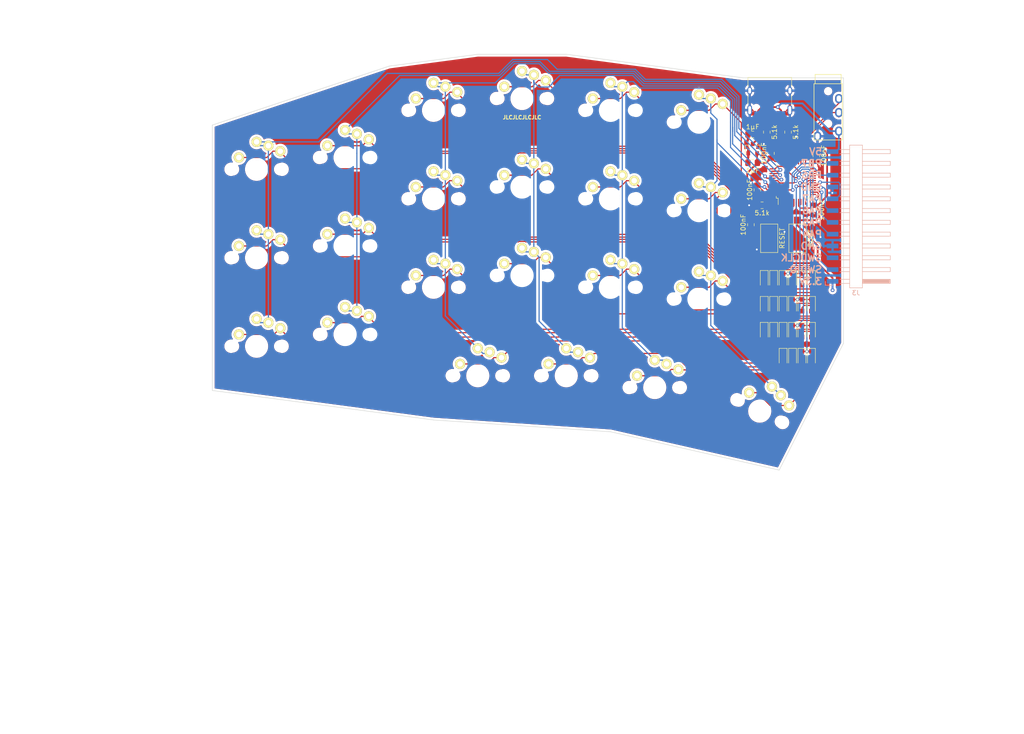
<source format=kicad_pcb>
(kicad_pcb (version 20211014) (generator pcbnew)
  (layers (0 "F.Cu" signal) (31 "B.Cu" signal) (34 "B.Paste" user) (35 "F.Paste" user) (36 "B.SilkS" user "B.Silkscreen") (37 "F.SilkS" user "F.Silkscreen") (38 "B.Mask" user) (39 "F.Mask" user) (44 "Edge.Cuts" user))
  (net 0 "")
  (net 1 "GND")
  (net 2 "5V")
  (net 3 "Net-(J1-PadB8)")
  (net 4 "Net-(J1-PadA5)")
  (net 5 "D-")
  (net 6 "D+")
  (net 7 "Net-(J1-PadA8)")
  (net 8 "Net-(J1-PadB5)")
  (net 9 "Net-(R1-Pad1)")
  (net 10 "3.3V")
  (net 11 "VBAT")
  (net 12 "Net-(U1-Pad5)")
  (net 13 "Net-(U1-Pad6)")
  (net 14 "Net-(C1-Pad2)")
  (net 15 "Net-(U1-Pad10)")
  (net 16 "Net-(U1-Pad11)")
  (net 17 "Net-(U1-Pad12)")
  (net 18 "Net-(U1-Pad13)")
  (net 19 "PA4")
  (net 20 "PA5")
  (net 21 "PA6")
  (net 22 "PA7")
  (net 23 "ROW1")
  (net 24 "ROW2")
  (net 25 "ROW3")
  (net 26 "ROW4")
  (net 27 "SWDIO")
  (net 28 "SWDCLK")
  (net 29 "COL1")
  (net 30 "COL2")
  (net 31 "COL3")
  (net 32 "COL4")
  (net 33 "PB6")
  (net 34 "PB7")
  (net 35 "COL5")
  (net 36 "COL6")
  (net 37 "TX")
  (net 38 "RX")
  (net 39 "Net-(U1-Pad2)")
  (net 40 "Net-(U1-Pad3)")
  (net 41 "Net-(U1-Pad4)")
  (net 42 "Net-(U1-Pad22)")
  (net 43 "Net-(U1-Pad26)")
  (net 44 "Net-(U1-Pad27)")
  (net 45 "Net-(U1-Pad28)")
  (net 46 "Net-(U1-Pad29)")
  (net 47 "Net-(D26-Pad2)")
  (net 48 "Net-(D36-Pad2)")
  (net 49 "Net-(D35-Pad2)")
  (net 50 "Net-(D34-Pad2)")
  (net 51 "Net-(D33-Pad2)")
  (net 52 "Net-(D25-Pad2)")
  (net 53 "Net-(D24-Pad2)")
  (net 54 "Net-(D23-Pad2)")
  (net 55 "Net-(D21-Pad2)")
  (net 56 "Net-(D20-Pad2)")
  (net 57 "Net-(D19-Pad2)")
  (net 58 "Net-(D16-Pad2)")
  (net 59 "Net-(D14-Pad2)")
  (net 60 "Net-(D12-Pad2)")
  (net 61 "Net-(D11-Pad2)")
  (net 62 "Net-(D10-Pad2)")
  (net 63 "Net-(D15-Pad2)")
  (net 64 "Net-(D9-Pad2)")
  (net 65 "Net-(D7-Pad2)")
  (net 66 "Net-(D6-Pad2)")
  (net 67 "Net-(D5-Pad2)")
  (net 68 "Net-(D17-Pad2)")
  (footprint "Resistor_SMD:R_0805_2012Metric_Pad1.15x1.40mm_HandSolder" (layer "F.Cu") (at 228.727 58.674 -90)
    (fp_text reference "R7" hide)
    (fp_text value "5.1k")
  )
  (footprint "Resistor_SMD:R_0805_2012Metric_Pad1.15x1.40mm_HandSolder" (layer "F.Cu") (at 224.155 58.674 -90)
    (fp_text reference "R6" hide)
    (fp_text value "5.1k")
  )
  (footprint "Resistor_SMD:R_0805_2012Metric_Pad1.15x1.40mm_HandSolder" (layer "F.Cu") (at 223.13 74.422 180)
    (fp_text reference "R1" hide)
    (fp_text value "5.1k")
  )
  (footprint "Package_TO_SOT_SMD:SOT-23" (layer "F.Cu") (at 221.107 62.23 90)
    (fp_text reference "U2" hide)
    (fp_text value "LDO")
  )
  (footprint "Diode_SMD:D_SOD-323_HandSoldering" (layer "F.Cu") (at 233.75944 107.132927 -90)
    (fp_text reference "D17" hide)
    (fp_text value "1N4148WS")
  )
  (footprint "Diode_SMD:D_SOD-323_HandSoldering" (layer "F.Cu") (at 225.63144 90.368927 -90)
    (fp_text reference "D19" hide)
    (fp_text value "1N4148WS")
  )
  (footprint "Diode_SMD:D_SOD-323_HandSoldering" (layer "F.Cu") (at 225.63144 95.956927 -90)
    (fp_text reference "D20" hide)
    (fp_text value "1N4148WS")
  )
  (footprint "Diode_SMD:D_SOD-323_HandSoldering" (layer "F.Cu") (at 225.63144 101.544927 -90)
    (fp_text reference "D21" hide)
    (fp_text value "1N4148WS")
  )
  (footprint "Diode_SMD:D_SOD-323_HandSoldering" (layer "F.Cu") (at 229.69544 90.368927 -90)
    (fp_text reference "D23" hide)
    (fp_text value "1N4148WS")
  )
  (footprint "Diode_SMD:D_SOD-323_HandSoldering" (layer "F.Cu") (at 229.69544 95.956927 -90)
    (fp_text reference "D24" hide)
    (fp_text value "1N4148WS")
  )
  (footprint "Diode_SMD:D_SOD-323_HandSoldering" (layer "F.Cu") (at 229.69544 101.544927 -90)
    (fp_text reference "D25" hide)
    (fp_text value "1N4148WS")
  )
  (footprint "Diode_SMD:D_SOD-323_HandSoldering" (layer "F.Cu") (at 229.69544 107.132927 -90)
    (fp_text reference "D26" hide)
    (fp_text value "1N4148WS")
  )
  (footprint "Diode_SMD:D_SOD-323_HandSoldering" (layer "F.Cu") (at 231.72744 90.368927 -90)
    (fp_text reference "D33" hide)
    (fp_text value "1N4148WS")
  )
  (footprint "Diode_SMD:D_SOD-323_HandSoldering" (layer "F.Cu") (at 231.72744 95.956927 -90)
    (fp_text reference "D34" hide)
    (fp_text value "1N4148WS")
  )
  (footprint "Diode_SMD:D_SOD-323_HandSoldering" (layer "F.Cu") (at 233.75944 95.956927 -90)
    (fp_text reference "D15" hide)
    (fp_text value "1N4148WS")
  )
  (footprint "Diode_SMD:D_SOD-323_HandSoldering" (layer "F.Cu") (at 231.72744 107.132927 -90)
    (fp_text reference "D36" hide)
    (fp_text value "1N4148WS")
  )
  (footprint "Diode_SMD:D_SOD-323_HandSoldering" (layer "F.Cu") (at 223.59944 90.368927 -90)
    (fp_text reference "D5" hide)
    (fp_text value "1N4148WS")
  )
  (footprint "Diode_SMD:D_SOD-323_HandSoldering" (layer "F.Cu") (at 223.59944 95.956927 -90)
    (fp_text reference "D6" hide)
    (fp_text value "1N4148WS")
  )
  (footprint "Diode_SMD:D_SOD-323_HandSoldering" (layer "F.Cu") (at 223.59944 101.544927 -90)
    (fp_text reference "D7" hide)
    (fp_text value "1N4148WS")
  )
  (footprint "Diode_SMD:D_SOD-323_HandSoldering" (layer "F.Cu") (at 227.66344 90.368927 -90)
    (fp_text reference "D9" hide)
    (fp_text value "1N4148WS")
  )
  (footprint "Diode_SMD:D_SOD-323_HandSoldering" (layer "F.Cu") (at 227.66344 95.956927 -90)
    (fp_text reference "D10" hide)
    (fp_text value "1N4148WS")
  )
  (footprint "Diode_SMD:D_SOD-323_HandSoldering" (layer "F.Cu") (at 227.66344 101.544927 -90)
    (fp_text reference "D11" hide)
    (fp_text value "1N4148WS")
  )
  (footprint "Diode_SMD:D_SOD-323_HandSoldering" (layer "F.Cu") (at 227.66344 107.132927 -90)
    (fp_text reference "D12" hide)
    (fp_text value "1N4148WS")
  )
  (footprint "Diode_SMD:D_SOD-323_HandSoldering" (layer "F.Cu") (at 233.75944 90.368927 -90)
    (fp_text reference "D14" hide)
    (fp_text value "1N4148WS")
  )
  (footprint "Diode_SMD:D_SOD-323_HandSoldering" (layer "F.Cu") (at 233.75944 101.544927 -90)
    (fp_text reference "D16" hide)
    (fp_text value "1N4148WS")
  )
  (footprint "Capacitor_SMD:C_0805_2012Metric_Pad1.15x1.40mm_HandSolder" (layer "F.Cu") (at 220.726 78.613 90)
    (fp_text reference "C1" hide)
    (fp_text value "100nF")
  )
  (footprint "Capacitor_SMD:C_0805_2012Metric_Pad1.15x1.40mm_HandSolder" (layer "F.Cu") (at 221.107 65.278)
    (fp_text reference "C6" hide)
    (fp_text value "1µF")
  )
  (footprint "Capacitor_SMD:C_0805_2012Metric_Pad1.15x1.40mm_HandSolder" (layer "F.Cu") (at 234.315 75.438 90)
    (fp_text reference "C3" hide)
    (fp_text value "100nF")
  )
  (footprint "Capacitor_SMD:C_0805_2012Metric_Pad1.15x1.40mm_HandSolder" (layer "F.Cu") (at 225.044 63.246 -90)
    (fp_text reference "C5" hide)
    (fp_text value "100nF")
  )
  (footprint "Capacitor_SMD:C_0805_2012Metric_Pad1.15x1.40mm_HandSolder" (layer "F.Cu") (at 221.107 59.182)
    (fp_text reference "C7" hide)
    (fp_text value "1µF")
  )
  (footprint "Button_Switch_SMD:SW_SPST_CK_RS282G05A3" (layer "F.Cu") (at 224.663 81.534 90)
    (fp_text reference "SW2" hide)
    (fp_text value "RESET")
  )
  (footprint "Button_Switch_SMD:SW_SPST_CK_RS282G05A3" (layer "F.Cu") (at 230.759 81.534 90)
    (fp_text reference "SW1" hide)
    (fp_text value "BOOT")
  )
  (footprint "kicad-usb:USB_C_Receptacle_HRO_TYPE-C-31-M-12" (layer "F.Cu") (at 224.79 50.8 180)
    (fp_text reference "J1" hide)
    (fp_text value "USB_C_Receptacle_USB2.0")
  )
  (footprint "Package_QFP:LQFP-48_7x7mm_P0.5mm" (layer "F.Cu") (at 229.743 69.342 90)
    (fp_text reference "U1" hide)
    (fp_text value "STM32")
  )
  (footprint "Capacitor_SMD:C_0805_2012Metric_Pad1.15x1.40mm_HandSolder" (layer "F.Cu") (at 234.823 63.754 90)
    (fp_text reference "C2" hide)
    (fp_text value "100nF")
  )
  (footprint "Diode_SMD:D_SOD-323_HandSoldering" (layer "F.Cu") (at 231.72744 101.544927 -90)
    (fp_text reference "D35" hide)
    (fp_text value "1N4148WS")
  )
  (footprint "Capacitor_SMD:C_0805_2012Metric_Pad1.15x1.40mm_HandSolder" (layer "F.Cu") (at 222.123 71.12 -90)
    (fp_text reference "C4" hide)
    (fp_text value "100nF")
  )
  (footprint "keebio:TRRS-PJ-320A-no-Fmask" (layer "F.Cu") (at 237.363 48.26)
    (fp_text reference "J2")
    (fp_text value "AudioJack4")
  )
  (footprint "custom:CherryMX_Choc_1u" (layer "F.Cu") (at 114.3 66.675)
    (fp_text reference "SW3" hide)
    (fp_text value "SW_Push" hide)
  )
  (footprint "custom:CherryMX_Choc_1u" (layer "F.Cu") (at 180.975 111.125)
    (fp_text reference "SW24" hide)
    (fp_text value "SW_Push" hide)
  )
  (footprint "custom:CherryMX_Choc_1u" (layer "F.Cu") (at 200.025 113.665)
    (fp_text reference "SW34" hide)
    (fp_text value "SW_Push" hide)
  )
  (footprint "custom:CherryMX_Choc_1u" (layer "F.Cu") (at 190.5 92.075)
    (fp_text reference "SW33" hide)
    (fp_text value "SW_Push" hide)
  )
  (footprint "custom:CherryMX_Choc_1u" (layer "F.Cu") (at 190.5 73.025)
    (fp_text reference "SW32" hide)
    (fp_text value "SW_Push" hide)
  )
  (footprint "custom:CherryMX_Choc_1u" (layer "F.Cu") (at 190.5 53.975)
    (fp_text reference "SW31" hide)
    (fp_text value "SW_Push" hide)
  )
  (footprint "custom:CherryMX_Choc_1u" (layer "F.Cu") (at 171.45 89.535)
    (fp_text reference "SW23" hide)
    (fp_text value "SW_Push" hide)
  )
  (footprint "custom:CherryMX_Choc_1u" (layer "F.Cu") (at 171.45 70.485)
    (fp_text reference "SW22" hide)
    (fp_text value "SW_Push" hide)
  )
  (footprint "custom:CherryMX_Choc_1u" (layer "F.Cu") (at 171.45 51.435)
    (fp_text reference "SW21" hide)
    (fp_text value "SW_Push" hide)
  )
  (footprint "custom:CherryMX_Choc_1u" (layer "F.Cu") (at 133.35 102.235)
    (fp_text reference "SW19" hide)
    (fp_text value "SW_Push" hide)
  )
  (footprint "custom:CherryMX_Choc_1u" (layer "F.Cu") (at 133.35 83.185)
    (fp_text reference "SW18" hide)
    (fp_text value "SW_Push" hide)
  )
  (footprint "custom:CherryMX_Choc_1u" (layer "F.Cu") (at 133.35 64.135)
    (fp_text reference "SW17" hide)
    (fp_text value "SW_Push" hide)
  )
  (footprint "custom:CherryMX_Choc_1u" (layer "F.Cu") (at 209.55 94.615)
    (fp_text reference "SW14" hide)
    (fp_text value "SW_Push" hide)
  )
  (footprint "custom:CherryMX_Choc_1u" (layer "F.Cu") (at 209.55 56.515)
    (fp_text reference "SW12" hide)
    (fp_text value "SW_Push" hide)
  )
  (footprint "custom:CherryMX_Choc_1u" (layer "F.Cu") (at 161.925 111.125)
    (fp_text reference "SW10" hide)
    (fp_text value "SW_Push" hide)
  )
  (footprint "custom:CherryMX_Choc_1u" (layer "F.Cu") (at 152.4 92.075)
    (fp_text reference "SW9" hide)
    (fp_text value "SW_Push" hide)
  )
  (footprint "custom:CherryMX_Choc_1u" (layer "F.Cu") (at 152.4 73.025)
    (fp_text reference "SW8" hide)
    (fp_text value "SW_Push" hide)
  )
  (footprint "custom:CherryMX_Choc_1u" (layer "F.Cu") (at 209.55 75.565)
    (fp_text reference "SW13" hide)
    (fp_text value "SW_Push" hide)
  )
  (footprint "custom:CherryMX_Choc_1u" (layer "F.Cu") (at 152.4 53.975)
    (fp_text reference "SW7" hide)
    (fp_text value "SW_Push" hide)
  )
  (footprint "custom:CherryMX_Choc_1u" (layer "F.Cu") (at 114.3 104.775)
    (fp_text reference "SW5" hide)
    (fp_text value "SW_Push" hide)
  )
  (footprint "custom:CherryMX_Choc_1u" (layer "F.Cu") (at 114.3 85.725)
    (fp_text reference "SW4" hide)
    (fp_text value "SW_Push" hide)
  )
  (footprint "custom:CherryMX_Choc_1u" (layer "F.Cu") (at 222.631 118.745 -26.5)
    (fp_text reference "SW15" hide)
    (fp_text value "SW_Push" hide)
  )
  (footprint "kicad-harwin:Harwin_M20-89012xx_1x12_P2.54mm_Horizontal" (layer "B.Cu") (at 243.84 76.835)
    (fp_text reference "J3")
    (fp_text value "Conn_01x12_Male")
  )
  (gr_line (start 240.665 46.99) (end 240.665 104.14) (layer "Edge.Cuts") (width 0.1))
  (gr_line (start 104.775 114.3) (end 104.775 57.15) (layer "Edge.Cuts") (width 0.1))
  (gr_line (start 142.875 44.45) (end 161.925 41.91) (layer "Edge.Cuts") (width 0.1))
  (gr_line (start 161.925 41.91) (end 180.975 41.91) (layer "Edge.Cuts") (width 0.1))
  (gr_line (start 104.775 57.15) (end 142.875 44.45) (layer "Edge.Cuts") (width 0.1))
  (gr_line (start 190.5 123.19) (end 152.4 120.65) (layer "Edge.Cuts") (width 0.1))
  (gr_line (start 219.075 46.99) (end 240.665 46.99) (layer "Edge.Cuts") (width 0.1))
  (gr_line (start 226.822 131.445) (end 190.5 123.19) (layer "Edge.Cuts") (width 0.1))
  (gr_line (start 240.665 104.14) (end 226.822 131.445) (layer "Edge.Cuts") (width 0.1))
  (gr_line (start 152.4 120.65) (end 104.775 114.3) (layer "Edge.Cuts") (width 0.1))
  (gr_line (start 180.975 41.91) (end 219.075 46.99) (layer "Edge.Cuts") (width 0.1))
  (gr_text "3.3V" (at 236.22 90.805) (layer "B.SilkS") (effects (font (size 1.5 1.5) (thickness 0.3)) (justify left mirror)))
  (gr_text "SWDIO" (at 236.22 88.265) (layer "B.SilkS") (effects (font (size 1.5 1.5) (thickness 0.3)) (justify left mirror)))
  (gr_text "PA7" (at 236.22 73.025) (layer "B.SilkS") (effects (font (size 1.5 1.5) (thickness 0.3)) (justify left mirror)))
  (gr_text "PA6" (at 236.22 75.565) (layer "B.SilkS") (effects (font (size 1.5 1.5) (thickness 0.3)) (justify left mirror)))
  (gr_text "GND" (at 236.22 83.185) (layer "B.SilkS") (effects (font (size 1.5 1.5) (thickness 0.3)) (justify left mirror)))
  (gr_text "PB7" (at 236.22 65.405) (layer "B.SilkS") (effects (font (size 1.5 1.5) (thickness 0.3)) (justify left mirror)))
  (gr_text "PB6" (at 236.22 67.945) (layer "B.SilkS") (effects (font (size 1.5 1.5) (thickness 0.3)) (justify left mirror)))
  (gr_text "5V" (at 236.22 62.865) (layer "B.SilkS") (effects (font (size 1.5 1.5) (thickness 0.3)) (justify left mirror)))
  (gr_text "GND" (at 236.22 70.485) (layer "B.SilkS") (effects (font (size 1.5 1.5) (thickness 0.3)) (justify left mirror)))
  (gr_text "PA5" (at 236.22 78.105) (layer "B.SilkS") (effects (font (size 1.5 1.5) (thickness 0.3)) (justify left mirror)))
  (gr_text "SWDCLK" (at 236.22 85.725) (layer "B.SilkS") (effects (font (size 1.5 1.5) (thickness 0.3)) (justify left mirror)))
  (gr_text "PA4" (at 236.22 80.645) (layer "B.SilkS") (effects (font (size 1.5 1.5) (thickness 0.3)) (justify left mirror)))
  (gr_text "JLCJLCJLCJLC" (at 171.45 55.499) (layer "F.SilkS") (effects (font (size 0.8 0.8) (thickness 0.2))))
  (segment (start 235.331 66.302999) (end 234.823 64.779) (width 0.25) (layer "F.Cu") (net 1))
  (segment (start 223.529 71.501) (end 222.123 70.095) (width 0.25) (layer "F.Cu") (net 1))
  (segment (start 234.823 64.779) (end 234.823 64.779) (width 0.25) (layer "F.Cu") (net 1))
  (segment (start 234.953002 67.092) (end 235.331 66.714002) (width 0.25) (layer "F.Cu") (net 1))
  (segment (start 226.245372 62.844372) (end 225.667372 62.844372) (width 0.25) (layer "F.Cu") (net 1))
  (segment (start 227.493 64.992) (end 227.493 64.092) (width 0.25) (layer "F.Cu") (net 1))
  (segment (start 227.913 54.972) (end 228.068 54.972) (width 0.25) (layer "F.Cu") (net 1))
  (segment (start 234.093 67.092) (end 234.953002 67.092) (width 0.25) (layer "F.Cu") (net 1))
  (segment (start 234.823 64.779) (end 235.195 64.779) (width 0.381) (layer "F.Cu") (net 1))
  (segment (start 223.62 71.592) (end 223.529 71.501) (width 0.25) (layer "F.Cu") (net 1))
  (segment (start 232.493 64.992) (end 232.493 63.583) (width 0.25) (layer "F.Cu") (net 1))
  (segment (start 235.331 66.714002) (end 235.331 66.302999) (width 0.25) (layer "F.Cu") (net 1))
  (segment (start 225.393 71.592) (end 223.62 71.592) (width 0.25) (layer "F.Cu") (net 1))
  (segment (start 228.195 54.845) (end 229.11 53.93) (width 0.381) (layer "F.Cu") (net 1))
  (segment (start 228.04 54.845) (end 228.195 54.845) (width 0.381) (layer "F.Cu") (net 1))
  (segment (start 235.195 64.779) (end 236.347 63.627) (width 0.381) (layer "F.Cu") (net 1))
  (segment (start 225.667372 62.844372) (end 225.044 62.221) (width 0.25) (layer "F.Cu") (net 1))
  (segment (start 221.54 54.845) (end 221.385 54.845) (width 0.381) (layer "F.Cu") (net 1))
  (segment (start 230.493 73.692) (end 230.493 75.426) (width 0.25) (layer "F.Cu") (net 1))
  (segment (start 221.385 54.845) (end 220.47 53.93) (width 0.381) (layer "F.Cu") (net 1))
  (segment (start 227.493 64.092) (end 226.245372 62.844372) (width 0.25) (layer "F.Cu") (net 1))
  (via (at 220.726 69.596) (size 0.8) (drill 0.4) (layers "F.Cu" "B.Cu") (net 1))
  (via (at 220.345 74.422) (size 0.8) (drill 0.4) (layers "F.Cu" "B.Cu") (net 1))
  (via (at 227.965 80.137) (size 0.8) (drill 0.4) (layers "F.Cu" "B.Cu") (net 1))
  (via (at 238.252 71.755) (size 0.8) (drill 0.4) (layers "F.Cu" "B.Cu") (net 1))
  (via (at 221.996 83.947) (size 0.8) (drill 0.4) (layers "F.Cu" "B.Cu") (net 1))
  (via (at 236.347 63.627) (size 0.8) (drill 0.4) (layers "F.Cu" "B.Cu") (net 1))
  (via (at 235.712 81.28) (size 0.8) (drill 0.4) (layers "F.Cu" "B.Cu") (net 1))
  (via (at 223.52 61.214) (size 0.8) (drill 0.4) (layers "F.Cu" "B.Cu") (net 1))
  (via (at 230.505 59.69) (size 0.8) (drill 0.4) (layers "F.Cu" "B.Cu") (net 1))
  (segment (start 226.507489 53.279489) (end 227.24 54.012) (width 0.381) (layer "F.Cu") (net 2))
  (segment (start 222.34 54.845) (end 222.34 58.974) (width 0.381) (layer "F.Cu") (net 2))
  (segment (start 226.507489 53.279489) (end 226.507489 53.279489) (width 0.381) (layer "F.Cu") (net 2))
  (segment (start 222.34 54.845) (end 222.34 54.018942) (width 0.381) (layer "F.Cu") (net 2))
  (segment (start 222.132 59.182) (end 222.132 60.205) (width 0.381) (layer "F.Cu") (net 2))
  (segment (start 222.132 60.205) (end 221.107 61.23) (width 0.381) (layer "F.Cu") (net 2))
  (segment (start 227.24 54.012) (end 227.24 54.845) (width 0.381) (layer "F.Cu") (net 2))
  (segment (start 223.079453 53.279489) (end 226.507489 53.279489) (width 0.381) (layer "F.Cu") (net 2))
  (segment (start 222.34 54.018942) (end 223.079453 53.279489) (width 0.381) (layer "F.Cu") (net 2))
  (via (at 226.507489 53.279489) (size 0.8) (drill 0.4) (layers "F.Cu" "B.Cu") (net 2))
  (segment (start 238.482 58.46) (end 239.663 58.46) (width 0.381) (layer "B.Cu") (net 2))
  (segment (start 231.822548 52.48949) (end 237.793058 58.46) (width 0.381) (layer "B.Cu") (net 2))
  (segment (start 237.793058 58.46) (end 238.482 58.46) (width 0.381) (layer "B.Cu") (net 2))
  (segment (start 227.297488 52.48949) (end 231.822548 52.48949) (width 0.381) (layer "B.Cu") (net 2))
  (segment (start 238.125 62.675) (end 238.315 62.865) (width 0.25) (layer "B.Cu") (net 2))
  (segment (start 239.663 61.962) (end 239.649 61.976) (width 0.381) (layer "B.Cu") (net 2))
  (segment (start 239.649 62.281) (end 239.065 62.865) (width 0.381) (layer "B.Cu") (net 2))
  (segment (start 239.065 62.865) (end 238.315 62.865) (width 0.381) (layer "B.Cu") (net 2))
  (segment (start 239.649 61.976) (end 239.649 62.281) (width 0.381) (layer "B.Cu") (net 2))
  (segment (start 226.507489 53.279489) (end 227.297488 52.48949) (width 0.381) (layer "B.Cu") (net 2))
  (segment (start 239.663 58.46) (end 239.663 61.962) (width 0.381) (layer "B.Cu") (net 2))
  (segment (start 226.06 55.70359) (end 227.382038 57.025628) (width 0.25) (layer "F.Cu") (net 4))
  (segment (start 226.06 54.904) (end 226.06 55.70359) (width 0.25) (layer "F.Cu") (net 4))
  (segment (start 226.04 54.845) (end 226.04 54.884) (width 0.25) (layer "F.Cu") (net 4))
  (segment (start 228.103628 57.025628) (end 228.727 57.649) (width 0.25) (layer "F.Cu") (net 4))
  (segment (start 226.04 54.884) (end 226.06 54.904) (width 0.25) (layer "F.Cu") (net 4))
  (segment (start 227.382038 57.025628) (end 228.103628 57.025628) (width 0.25) (layer "F.Cu") (net 4))
  (segment (start 228.993 63.95559) (end 226.89101 61.8536) (width 0.25) (layer "F.Cu") (net 5))
  (segment (start 224.615001 55.895001) (end 225.464999 55.895001) (width 0.25) (layer "F.Cu") (net 5))
  (segment (start 228.993 64.992) (end 228.993 63.95559) (width 0.25) (layer "F.Cu") (net 5))
  (segment (start 225.464999 55.895001) (end 225.54 55.82) (width 0.25) (layer "F.Cu") (net 5))
  (segment (start 224.54 55.8094) (end 224.54 54.845) (width 0.25) (layer "F.Cu") (net 5))
  (segment (start 226.89101 61.8536) (end 226.89101 58.16041) (width 0.25) (layer "F.Cu") (net 5))
  (segment (start 224.54 54.845) (end 224.54 55.82) (width 0.25) (layer "F.Cu") (net 5))
  (segment (start 224.54 55.82) (end 224.615001 55.895001) (width 0.25) (layer "F.Cu") (net 5))
  (segment (start 225.54 55.82) (end 225.54 54.845) (width 0.25) (layer "F.Cu") (net 5))
  (segment (start 226.89101 58.16041) (end 224.54 55.8094) (width 0.25) (layer "F.Cu") (net 5))
  (segment (start 224.439201 56.345011) (end 224.4286 56.34501) (width 0.25) (layer "F.Cu") (net 6))
  (segment (start 228.493 64.992) (end 228.493 64.092) (width 0.25) (layer "F.Cu") (net 6))
  (segment (start 224.04 55.82) (end 224.04 54.845) (width 0.25) (layer "F.Cu") (net 6))
  (segment (start 224.4286 56.34501) (end 224.04 55.95641) (width 0.25) (layer "F.Cu") (net 6))
  (segment (start 224.115001 53.794999) (end 224.964999 53.794999) (width 0.25) (layer "F.Cu") (net 6))
  (segment (start 226.440999 58.346809) (end 224.439201 56.345011) (width 0.25) (layer "F.Cu") (net 6))
  (segment (start 224.04 54.845) (end 224.04 53.87) (width 0.25) (layer "F.Cu") (net 6))
  (segment (start 224.04 53.87) (end 224.115001 53.794999) (width 0.25) (layer "F.Cu") (net 6))
  (segment (start 224.964999 53.794999) (end 225.04 53.87) (width 0.25) (layer "F.Cu") (net 6))
  (segment (start 226.440999 62.039999) (end 226.440999 58.346809) (width 0.25) (layer "F.Cu") (net 6))
  (segment (start 225.04 53.87) (end 225.04 54.845) (width 0.25) (layer "F.Cu") (net 6))
  (segment (start 224.04 55.95641) (end 224.04 55.82) (width 0.25) (layer "F.Cu") (net 6))
  (segment (start 228.493 64.092) (end 226.440999 62.039999) (width 0.25) (layer "F.Cu") (net 6))
  (segment (start 223.04 54.845) (end 223.04 56.534) (width 0.25) (layer "F.Cu") (net 8))
  (segment (start 223.04 56.534) (end 224.155 57.649) (width 0.25) (layer "F.Cu") (net 8))
  (segment (start 226.621 82.296) (end 229.759 85.434) (width 0.25) (layer "F.Cu") (net 9))
  (segment (start 227.203 71.146094) (end 227.203 72.049) (width 0.25) (layer "F.Cu") (net 9))
  (segment (start 227.203 72.049) (end 224.83 74.422) (width 0.25) (layer "F.Cu") (net 9))
  (segment (start 225.393 70.092) (end 226.148906 70.092) (width 0.25) (layer "F.Cu") (net 9))
  (segment (start 224.83 74.422) (end 224.155 74.422) (width 0.25) (layer "F.Cu") (net 9))
  (segment (start 226.148906 70.092) (end 227.203 71.146094) (width 0.25) (layer "F.Cu") (net 9))
  (segment (start 229.759 85.434) (end 230.759 85.434) (width 0.25) (layer "F.Cu") (net 9))
  (segment (start 219.70099 80.20118) (end 221.79581 82.296) (width 0.25) (layer "F.Cu") (net 9))
  (segment (start 222.123 76.454) (end 220.27181 76.454) (width 0.25) (layer "F.Cu") (net 9))
  (segment (start 224.155 74.422) (end 222.123 76.454) (width 0.25) (layer "F.Cu") (net 9))
  (segment (start 220.27181 76.454) (end 219.70099 77.02482) (width 0.25) (layer "F.Cu") (net 9))
  (segment (start 221.79581 82.296) (end 226.621 82.296) (width 0.25) (layer "F.Cu") (net 9))
  (segment (start 219.70099 77.02482) (end 219.70099 80.20118) (width 0.25) (layer "F.Cu") (net 9))
  (segment (start 234.199628 63.352372) (end 234.823 62.729) (width 0.25) (layer "F.Cu") (net 10))
  (segment (start 230.993 74.592) (end 231.437372 75.036372) (width 0.25) (layer "F.Cu") (net 10))
  (segment (start 222.057 63.23) (end 222.057 65.203) (width 0.381) (layer "F.Cu") (net 10))
  (segment (start 234.315 74.413) (end 235.458 75.556) (width 0.381) (layer "F.Cu") (net 10))
  (segment (start 231.89 77.634) (end 230.759 77.634) (width 0.381) (layer "F.Cu") (net 10))
  (segment (start 226.993 64.992) (end 225.892 64.992) (width 0.25) (layer "F.Cu") (net 10))
  (segment (start 219.18548 83.277451) (end 222.786423 86.878394) (width 0.381) (layer "F.Cu") (net 10))
  (segment (start 222.123 72.145) (end 221.323 72.145) (width 0.381) (layer "F.Cu") (net 10))
  (segment (start 231.437372 75.036372) (end 233.691628 75.036372) (width 0.25) (layer "F.Cu") (net 10))
  (segment (start 222.176 72.092) (end 222.123 72.145) (width 0.25) (layer "F.Cu") (net 10))
  (segment (start 234.82482 77.634) (end 231.89 77.634) (width 0.381) (layer "F.Cu") (net 10))
  (segment (start 221.323 72.145) (end 219.18548 74.28252) (width 0.381) (layer "F.Cu") (net 10))
  (segment (start 224.037 65.278) (end 225.044 64.271) (width 0.381) (layer "F.Cu") (net 10))
  (segment (start 238.315 90.087622) (end 238.315 92.144315) (width 0.381) (layer "F.Cu") (net 10))
  (segment (start 225.892 64.992) (end 225.171 64.271) (width 0.25) (layer "F.Cu") (net 10))
  (segment (start 234.093 66.217) (end 233.79799 65.92199) (width 0.25) (layer "F.Cu") (net 10))
  (segment (start 225.171 64.271) (end 225.053 64.389) (width 0.25) (layer "F.Cu") (net 10))
  (segment (start 219.935499 67.474501) (end 219.935499 69.957499) (width 0.381) (layer "F.Cu") (net 10))
  (segment (start 235.458 77.00082) (end 234.82482 77.634) (width 0.381) (layer "F.Cu") (net 10))
  (segment (start 237.137501 72.390499) (end 237.137501 63.247559) (width 0.381) (layer "F.Cu") (net 10))
  (segment (start 235.115 74.413) (end 237.137501 72.390499) (width 0.381) (layer "F.Cu") (net 10))
  (segment (start 230.759 77.634) (end 230.759 78.765) (width 0.381) (layer "F.Cu") (net 10))
  (segment (start 225.393 72.092) (end 222.176 72.092) (width 0.25) (layer "F.Cu") (net 10))
  (segment (start 234.093 66.592) (end 234.093 66.217) (width 0.25) (layer "F.Cu") (net 10))
  (segment (start 222.786423 86.878394) (end 235.105772 86.878394) (width 0.381) (layer "F.Cu") (net 10))
  (segment (start 237.137501 63.247559) (end 236.618942 62.729) (width 0.381) (layer "F.Cu") (net 10))
  (segment (start 233.79799 65.92199) (end 233.79799 63.75401) (width 0.25) (layer "F.Cu") (net 10))
  (segment (start 235.105772 86.878394) (end 238.315 90.087622) (width 0.381) (layer "F.Cu") (net 10))
  (segment (start 222.057 65.203) (end 222.132 65.278) (width 0.381) (layer "F.Cu") (net 10))
  (segment (start 221.499628 71.521628) (end 222.123 72.145) (width 0.381) (layer "F.Cu") (net 10))
  (segment (start 235.623 62.729) (end 234.823 62.729) (width 0.381) (layer "F.Cu") (net 10))
  (segment (start 219.18548 74.28252) (end 219.18548 83.277451) (width 0.381) (layer "F.Cu") (net 10))
  (segment (start 235.458 75.556) (end 235.458 77.00082) (width 0.381) (layer "F.Cu") (net 10))
  (segment (start 219.935499 69.957499) (end 221.499628 71.521628) (width 0.381) (layer "F.Cu") (net 10))
  (segment (start 230.759 78.765) (end 235.105772 83.111772) (width 0.381) (layer "F.Cu") (net 10))
  (segment (start 233.691628 75.036372) (end 234.315 74.413) (width 0.25) (layer "F.Cu") (net 10))
  (segment (start 234.315 74.413) (end 235.115 74.413) (width 0.381) (layer "F.Cu") (net 10))
  (segment (start 222.132 65.278) (end 224.037 65.278) (width 0.381) (layer "F.Cu") (net 10))
  (segment (start 230.993 73.692) (end 230.993 74.592) (width 0.25) (layer "F.Cu") (net 10))
  (segment (start 222.132 65.278) (end 219.935499 67.474501) (width 0.381) (layer "F.Cu") (net 10))
  (segment (start 238.315 92.144315) (end 238.315 92.71) (width 0.381) (layer "F.Cu") (net 10))
  (segment (start 236.618942 62.729) (end 235.623 62.729) (width 0.381) (layer "F.Cu") (net 10))
  (segment (start 233.79799 63.75401) (end 234.199628 63.352372) (width 0.25) (layer "F.Cu") (net 10))
  (segment (start 235.105772 83.111772) (end 235.105772 86.878394) (width 0.381) (layer "F.Cu") (net 10))
  (via (at 238.315 92.71) (size 0.8) (drill 0.4) (layers "F.Cu" "B.Cu") (net 10))
  (segment (start 238.315 92.71) (end 238.315 90.805) (width 0.381) (layer "B.Cu") (net 10))
  (segment (start 220.772 77.634) (end 220.726 77.588) (width 0.25) (layer "F.Cu") (net 14))
  (segment (start 224.663 77.634) (end 220.772 77.634) (width 0.25) (layer "F.Cu") (net 14))
  (segment (start 226.911002 77.634) (end 225.663 77.634) (width 0.25) (layer "F.Cu") (net 14))
  (segment (start 229.993 74.552002) (end 226.911002 77.634) (width 0.25) (layer "F.Cu") (net 14))
  (segment (start 229.993 73.692) (end 229.993 74.552002) (width 0.25) (layer "F.Cu") (net 14))
  (segment (start 225.663 77.634) (end 224.663 77.634) (width 0.25) (layer "F.Cu") (net 14))
  (segment (start 234.093 71.592) (end 234.993 71.592) (width 0.25) (layer "F.Cu") (net 19))
  (segment (start 235.222999 71.821999) (end 235.222999 72.625001) (width 0.25) (layer "F.Cu") (net 19))
  (segment (start 234.993 71.592) (end 235.222999 71.821999) (width 0.25) (layer "F.Cu") (net 19))
  (segment (start 235.222999 72.625001) (end 234.823 73.025) (width 0.25) (layer "F.Cu") (net 19))
  (via (at 234.823 73.025) (size 0.8) (drill 0.4) (layers "F.Cu" "B.Cu") (net 19))
  (segment (start 237.565 80.645) (end 234.823 77.903) (width 0.25) (layer "B.Cu") (net 19))
  (segment (start 238.315 80.645) (end 237.565 80.645) (width 0.25) (layer "B.Cu") (net 19))
  (segment (start 234.823 77.903) (end 234.823 73.590685) (width 0.25) (layer "B.Cu") (net 19))
  (segment (start 234.823 73.590685) (end 234.823 73.025) (width 0.25) (layer "B.Cu") (net 19))
  (segment (start 235.66541 71.628) (end 235.966 71.628) (width 0.25) (layer "F.Cu") (net 20))
  (segment (start 235.12941 71.092) (end 235.66541 71.628) (width 0.25) (layer "F.Cu") (net 20))
  (segment (start 234.093 71.092) (end 235.12941 71.092) (width 0.25) (layer "F.Cu") (net 20))
  (segment (start 235.711998 71.628) (end 235.966 71.628) (width 0.25) (layer "F.Cu") (net 20))
  (via (at 235.966 71.628) (size 0.8) (drill 0.4) (layers "F.Cu" "B.Cu") (net 20))
  (segment (start 238.315 78.105) (end 237.565 78.105) (width 0.25) (layer "B.Cu") (net 20))
  (segment (start 237.565 78.105) (end 235.966 76.506) (width 0.25) (layer "B.Cu") (net 20))
  (segment (start 235.966 72.193685) (end 235.966 71.628) (width 0.25) (layer "B.Cu") (net 20))
  (segment (start 235.966 76.506) (end 235.966 72.193685) (width 0.25) (layer "B.Cu") (net 20))
  (segment (start 235.819 70.592) (end 235.819 70.592) (width 0.25) (layer "F.Cu") (net 21))
  (segment (start 234.093 70.592) (end 235.819 70.592) (width 0.25) (layer "F.Cu") (net 21))
  (via (at 235.819 70.592) (size 0.8) (drill 0.4) (layers "F.Cu" "B.Cu") (net 21))
  (segment (start 236.739999 70.947314) (end 236.739999 74.739999) (width 0.25) (layer "B.Cu") (net 21))
  (segment (start 236.739999 74.739999) (end 237.565 75.565) (width 0.25) (layer "B.Cu") (net 21))
  (segment (start 236.384685 70.592) (end 236.739999 70.947314) (width 0.25) (layer "B.Cu") (net 21))
  (segment (start 237.565 75.565) (end 238.315 75.565) (width 0.25) (layer "B.Cu") (net 21))
  (segment (start 235.819 70.592) (end 236.384685 70.592) (width 0.25) (layer "B.Cu") (net 21))
  (segment (start 235.616 69.469) (end 235.616 69.469) (width 0.25) (layer "F.Cu") (net 22))
  (segment (start 234.093 70.092) (end 234.993 70.092) (width 0.25) (layer "F.Cu") (net 22))
  (segment (start 234.993 70.092) (end 235.616 69.469) (width 0.25) (layer "F.Cu") (net 22))
  (via (at 235.616 69.469) (size 0.8) (drill 0.4) (layers "F.Cu" "B.Cu") (net 22))
  (segment (start 239.890001 69.724999) (end 239.890001 72.199999) (width 0.25) (layer "B.Cu") (net 22))
  (segment (start 239.890001 72.199999) (end 239.065 73.025) (width 0.25) (layer "B.Cu") (net 22))
  (segment (start 235.616 69.469) (end 239.634002 69.469) (width 0.25) (layer "B.Cu") (net 22))
  (segment (start 239.065 73.025) (end 238.315 73.025) (width 0.25) (layer "B.Cu") (net 22))
  (segment (start 239.634002 69.469) (end 239.890001 69.724999) (width 0.25) (layer "B.Cu") (net 22))
  (segment (start 230.759 89.118927) (end 233.75944 89.118927) (width 0.25) (layer "F.Cu") (net 23))
  (segment (start 230.505 70.358) (end 230.505 70.358) (width 0.25) (layer "F.Cu") (net 23))
  (segment (start 228.727 89.118927) (end 230.759 89.118927) (width 0.25) (layer "F.Cu") (net 23))
  (segment (start 232.53982 70.358) (end 230.505 70.358) (width 0.25) (layer "F.Cu") (net 23))
  (segment (start 233.30582 69.592) (end 232.53982 70.358) (width 0.25) (layer "F.Cu") (net 23))
  (segment (start 223.59944 89.118927) (end 228.727 89.118927) (width 0.25) (layer "F.Cu") (net 23))
  (segment (start 234.093 69.592) (end 233.30582 69.592) (width 0.25) (layer "F.Cu") (net 23))
  (via (at 228.727 89.118927) (size 0.8) (drill 0.4) (layers "F.Cu" "B.Cu") (net 23))
  (via (at 230.505 70.358) (size 0.8) (drill 0.4) (layers "F.Cu" "B.Cu") (net 23))
  (segment (start 230.505 87.340927) (end 230.505 70.358) (width 0.25) (layer "B.Cu") (net 23))
  (segment (start 228.727 89.118927) (end 230.505 87.340927) (width 0.25) (layer "B.Cu") (net 23))
  (segment (start 230.759 94.706927) (end 233.75944 94.706927) (width 0.25) (layer "F.Cu") (net 24))
  (segment (start 231.267 69.596) (end 231.267 69.596) (width 0.25) (layer "F.Cu") (net 24))
  (segment (start 223.59944 94.706927) (end 230.759 94.706927) (width 0.25) (layer "F.Cu") (net 24))
  (segment (start 232.649016 69.612394) (end 231.861346 69.612394) (width 0.25) (layer "F.Cu") (net 24))
  (segment (start 233.16941 69.092) (end 232.649016 69.612394) (width 0.25) (layer "F.Cu") (net 24))
  (segment (start 234.093 69.092) (end 233.16941 69.092) (width 0.25) (layer "F.Cu") (net 24))
  (segment (start 234.089 69.088) (end 234.093 69.092) (width 0.25) (layer "F.Cu") (net 24))
  (segment (start 231.861346 69.612394) (end 231.295661 69.612394) (width 0.25) (layer "F.Cu") (net 24))
  (via (at 230.759 94.706927) (size 0.8) (drill 0.4) (layers "F.Cu" "B.Cu") (net 24))
  (via (at 231.295661 69.612394) (size 0.8) (drill 0.4) (layers "F.Cu" "B.Cu") (net 24))
  (segment (start 230.759 94.706927) (end 231.295661 94.170266) (width 0.25) (layer "B.Cu") (net 24))
  (segment (start 231.295661 70.178079) (end 231.295661 69.612394) (width 0.25) (layer "B.Cu") (net 24))
  (segment (start 231.295661 94.170266) (end 231.295661 70.178079) (width 0.25) (layer "B.Cu") (net 24))
  (segment (start 232.029 68.834) (end 232.029 68.834) (width 0.25) (layer "F.Cu") (net 25))
  (segment (start 230.759 100.294927) (end 233.75944 100.294927) (width 0.25) (layer "F.Cu") (net 25))
  (segment (start 234.093 68.592) (end 233.033 68.592) (width 0.25) (layer "F.Cu") (net 25))
  (segment (start 232.601577 68.843108) (end 232.035892 68.843108) (width 0.25) (layer "F.Cu") (net 25))
  (segment (start 232.781892 68.843108) (end 232.601577 68.843108) (width 0.25) (layer "F.Cu") (net 25))
  (segment (start 223.59944 100.294927) (end 230.759 100.294927) (width 0.25) (layer "F.Cu") (net 25))
  (segment (start 233.033 68.592) (end 232.781892 68.843108) (width 0.25) (layer "F.Cu") (net 25))
  (via (at 230.759 100.294927) (size 0.8) (drill 0.4) (layers "F.Cu" "B.Cu") (net 25))
  (via (at 232.035892 68.843108) (size 0.8) (drill 0.4) (layers "F.Cu" "B.Cu") (net 25))
  (segment (start 232.035892 99.018035) (end 232.035892 69.408793) (width 0.25) (layer "B.Cu") (net 25))
  (segment (start 230.759 100.294927) (end 232.035892 99.018035) (width 0.25) (layer "B.Cu") (net 25))
  (segment (start 232.035892 69.408793) (end 232.035892 68.843108) (width 0.25) (layer "B.Cu") (net 25))
  (segment (start 232.791 105.882927) (end 233.75944 105.882927) (width 0.25) (layer "F.Cu") (net 26))
  (segment (start 232.884411 68.092) (end 232.727096 67.934685) (width 0.25) (layer "F.Cu") (net 26))
  (segment (start 234.093 68.092) (end 232.884411 68.092) (width 0.25) (layer "F.Cu") (net 26))
  (segment (start 227.66344 105.882927) (end 232.791 105.882927) (width 0.25) (layer "F.Cu") (net 26))
  (via (at 232.727096 67.934685) (size 0.8) (drill 0.4) (layers "F.Cu" "B.Cu") (net 26))
  (via (at 232.791 105.882927) (size 0.8) (drill 0.4) (layers "F.Cu" "B.Cu") (net 26))
  (segment (start 232.791 68.072) (end 232.791 68.072) (width 0.25) (layer "B.Cu") (net 26))
  (segment (start 232.791 67.998589) (end 232.727096 67.934685) (width 0.25) (layer "B.Cu") (net 26))
  (segment (start 232.791 105.882927) (end 232.791 67.998589) (width 0.25) (layer "B.Cu") (net 26))
  (segment (start 228.204415 65.967001) (end 229.955438 65.967001) (width 0.25) (layer "F.Cu") (net 27))
  (segment (start 229.955438 65.967001) (end 231.333289 67.344852) (width 0.25) (layer "F.Cu") (net 27))
  (segment (start 227.993 64.992) (end 227.993 65.755585) (width 0.25) (layer "F.Cu") (net 27))
  (segment (start 231.333289 67.344852) (end 231.733288 67.744851) (width 0.25) (layer "F.Cu") (net 27))
  (segment (start 227.993 65.755585) (end 228.204415 65.967001) (width 0.25) (layer "F.Cu") (net 27))
  (via (at 231.733288 67.744851) (size 0.8) (drill 0.4) (layers "F.Cu" "B.Cu") (net 27))
  (segment (start 237.565 88.265) (end 233.553 84.253) (width 0.25) (layer "B.Cu") (net 27))
  (segment (start 238.315 88.265) (end 237.565 88.265) (width 0.25) (layer "B.Cu") (net 27))
  (segment (start 232.314136 67.164003) (end 232.133287 67.344852) (width 0.25) (layer "B.Cu") (net 27))
  (segment (start 233.553 84.253) (end 233.553 67.687587) (width 0.25) (layer "B.Cu") (net 27))
  (segment (start 233.553 67.687587) (end 233.029416 67.164003) (width 0.25) (layer "B.Cu") (net 27))
  (segment (start 233.029416 67.164003) (end 232.314136 67.164003) (width 0.25) (layer "B.Cu") (net 27))
  (segment (start 232.133287 67.344852) (end 231.733288 67.744851) (width 0.25) (layer "B.Cu") (net 27))
  (segment (start 230.473741 68.464974) (end 231.039426 68.464974) (width 0.25) (layer "F.Cu") (net 28))
  (segment (start 225.393 66.592) (end 225.918 66.592) (width 0.25) (layer "F.Cu") (net 28))
  (segment (start 226.47 66.04) (end 227.641007 66.04) (width 0.25) (layer "F.Cu") (net 28))
  (segment (start 225.918 66.592) (end 226.47 66.04) (width 0.25) (layer "F.Cu") (net 28))
  (segment (start 227.641007 66.04) (end 230.065981 68.464974) (width 0.25) (layer "F.Cu") (net 28))
  (segment (start 230.065981 68.464974) (end 230.473741 68.464974) (width 0.25) (layer "F.Cu") (net 28))
  (via (at 231.039426 68.464974) (size 0.8) (drill 0.4) (layers "F.Cu" "B.Cu") (net 28))
  (segment (start 238.315 85.725) (end 237.565 85.725) (width 0.25) (layer "B.Cu") (net 28))
  (segment (start 234.061 82.221) (end 234.061 67.559177) (width 0.25) (layer "B.Cu") (net 28))
  (segment (start 230.639427 67.813393) (end 230.639427 68.064975) (width 0.25) (layer "B.Cu") (net 28))
  (segment (start 230.639427 68.064975) (end 231.039426 68.464974) (width 0.25) (layer "B.Cu") (net 28))
  (segment (start 233.157825 66.656002) (end 231.796818 66.656002) (width 0.25) (layer "B.Cu") (net 28))
  (segment (start 234.061 67.559177) (end 233.157825 66.656002) (width 0.25) (layer "B.Cu") (net 28))
  (segment (start 231.796818 66.656002) (end 230.639427 67.813393) (width 0.25) (layer "B.Cu") (net 28))
  (segment (start 237.565 85.725) (end 234.061 82.221) (width 0.25) (layer "B.Cu") (net 28))
  (segment (start 226.785996 67.092) (end 227.075996 66.802) (width 0.25) (layer "F.Cu") (net 29))
  (segment (start 225.393 67.092) (end 226.785996 67.092) (width 0.25) (layer "F.Cu") (net 29))
  (via (at 227.075996 66.802) (size 0.8) (drill 0.4) (layers "F.Cu" "B.Cu") (net 29))
  (segment (start 127.693 60.775) (end 142.436011 46.031989) (width 0.25) (layer "B.Cu") (net 29))
  (segment (start 116.84 61.595) (end 116.84 80.645) (width 0.25) (layer "B.Cu") (net 29))
  (segment (start 116.84 61.595) (end 115.12 61.595) (width 0.25) (layer "B.Cu") (net 29))
  (segment (start 196.097205 45.395578) (end 198.003613 47.301989) (width 0.25) (layer "B.Cu") (net 29))
  (segment (start 115.12 99.695) (end 114.3 98.875) (width 0.25) (layer "B.Cu") (net 29))
  (segment (start 226.675997 66.402001) (end 227.075996 66.802) (width 0.25) (layer "B.Cu") (net 29))
  (segment (start 218.139029 57.865033) (end 226.675997 66.402001) (width 0.25) (layer "B.Cu") (net 29))
  (segment (start 142.436011 46.031989) (end 166.4376 46.031989) (width 0.25) (layer "B.Cu") (net 29))
  (segment (start 214.4354 47.301989) (end 218.139029 51.005618) (width 0.25) (layer "B.Cu") (net 29))
  (segment (start 169.427611 43.041978) (end 176.914813 43.041978) (width 0.25) (layer "B.Cu") (net 29))
  (segment (start 179.004802 45.131967) (end 195.833594 45.131967) (width 0.25) (layer "B.Cu") (net 29))
  (segment (start 116.84 80.645) (end 116.84 99.695) (width 0.25) (layer "B.Cu") (net 29))
  (segment (start 115.12 80.645) (end 114.3 79.825) (width 0.25) (layer "B.Cu") (net 29))
  (segment (start 176.914813 43.041978) (end 179.004802 45.131967) (width 0.25) (layer "B.Cu") (net 29))
  (segment (start 116.84 99.695) (end 115.12 99.695) (width 0.25) (layer "B.Cu") (net 29))
  (segment (start 114.3 60.775) (end 127.693 60.775) (width 0.25) (layer "B.Cu") (net 29))
  (segment (start 218.139029 51.005618) (end 218.139029 57.865033) (width 0.25) (layer "B.Cu") (net 29))
  (segment (start 116.84 80.645) (end 115.12 80.645) (width 0.25) (layer "B.Cu") (net 29))
  (segment (start 195.833594 45.131967) (end 196.097205 45.395578) (width 0.25) (layer "B.Cu") (net 29))
  (segment (start 198.003613 47.301989) (end 214.4354 47.301989) (width 0.25) (layer "B.Cu") (net 29))
  (segment (start 166.4376 46.031989) (end 169.427611 43.041978) (width 0.25) (layer "B.Cu") (net 29))
  (segment (start 115.12 61.595) (end 114.3 60.775) (width 0.25) (layer "B.Cu") (net 29))
  (segment (start 226.69892 67.592) (end 227.035097 67.928177) (width 0.25) (layer "F.Cu") (net 30))
  (segment (start 225.393 67.592) (end 226.69892 67.592) (width 0.25) (layer "F.Cu") (net 30))
  (via (at 227.035097 67.928177) (size 0.8) (drill 0.4) (layers "F.Cu" "B.Cu") (net 30))
  (segment (start 166.624 46.482) (end 169.614011 43.491989) (width 0.25) (layer "B.Cu") (net 30))
  (segment (start 135.89 59.055) (end 134.17 59.055) (width 0.25) (layer "B.Cu") (net 30))
  (segment (start 177.409388 45.581978) (end 195.647194 45.581978) (width 0.25) (layer "B.Cu") (net 30))
  (segment (start 134.17 59.055) (end 133.35 58.235) (width 0.25) (layer "B.Cu") (net 30))
  (segment (start 217.68902 51.19202) (end 217.68902 51.943) (width 0.25) (layer "B.Cu") (net 30))
  (segment (start 217.68902 51.943) (end 217.68902 58.5821) (width 0.25) (layer "B.Cu") (net 30))
  (segment (start 135.89 97.155) (end 135.89 78.105) (width 0.25) (layer "B.Cu") (net 30))
  (segment (start 169.614011 43.491989) (end 175.319399 43.491989) (width 0.25) (layer "B.Cu") (net 30))
  (segment (start 197.817214 47.752) (end 214.249 47.752) (width 0.25) (layer "B.Cu") (net 30))
  (segment (start 175.319399 43.491989) (end 177.409388 45.581978) (width 0.25) (layer "B.Cu") (net 30))
  (segment (start 217.68902 58.5821) (end 226.635098 67.528178) (width 0.25) (layer "B.Cu") (net 30))
  (segment (start 226.635098 67.528178) (end 227.035097 67.928177) (width 0.25) (layer "B.Cu") (net 30))
  (segment (start 195.647194 45.581978) (end 197.817214 47.752) (width 0.25) (layer "B.Cu") (net 30))
  (segment (start 145.103 46.482) (end 166.624 46.482) (width 0.25) (layer "B.Cu") (net 30))
  (segment (start 133.35 58.235) (end 145.103 46.482) (width 0.25) (layer "B.Cu") (net 30))
  (segment (start 135.89 97.155) (end 134.17 97.155) (width 0.25) (layer "B.Cu") (net 30))
  (segment (start 135.89 78.105) (end 134.17 78.105) (width 0.25) (layer "B.Cu") (net 30))
  (segment (start 217.68902 51.82561) (end 217.68902 51.943) (width 0.25) (layer "B.Cu") (net 30))
  (segment (start 135.89 78.105) (end 135.89 63.233998) (width 0.25) (layer "B.Cu") (net 30))
  (segment (start 214.249 47.752) (end 217.68902 51.19202) (width 0.25) (layer "B.Cu") (net 30))
  (segment (start 134.17 78.105) (end 133.35 77.285) (width 0.25) (layer "B.Cu") (net 30))
  (segment (start 134.17 97.155) (end 133.35 96.335) (width 0.25) (layer "B.Cu") (net 30))
  (segment (start 135.89 63.233998) (end 135.89 59.055) (width 0.25) (layer "B.Cu") (net 30))
  (segment (start 226.310096 68.276178) (end 226.927412 68.893494) (width 0.25) (layer "F.Cu") (net 31))
  (segment (start 226.293 68.092) (end 226.310096 68.109096) (width 0.25) (layer "F.Cu") (net 31))
  (segment (start 226.927412 68.893494) (end 227.296223 68.893494) (width 0.25) (layer "F.Cu") (net 31))
  (segment (start 225.393 68.092) (end 226.293 68.092) (width 0.25) (layer "F.Cu") (net 31))
  (segment (start 226.310096 68.109096) (end 226.310096 68.276178) (width 0.25) (layer "F.Cu") (net 31))
  (via (at 227.296223 68.893494) (size 0.8) (drill 0.4) (layers "F.Cu" "B.Cu") (net 31))
  (segment (start 213.997822 48.26) (end 217.239011 51.501189) (width 0.25) (layer "B.Cu") (net 31))
  (segment (start 152.564366 48.075) (end 152.4 48.075) (width 0.25) (layer "B.Cu") (net 31))
  (segment (start 217.239011 51.501189) (end 217.23901 59.401966) (width 0.25) (layer "B.Cu") (net 31))
  (segment (start 197.688804 48.26) (end 213.997822 48.26) (width 0.25) (layer "B.Cu") (net 31))
  (segment (start 165.667411 48.075) (end 169.800411 43.942) (width 0.25) (layer "B.Cu") (net 31))
  (segment (start 154.94 98.24) (end 161.925 105.225) (width 0.25) (layer "B.Cu") (net 31))
  (segment (start 154.94 48.895) (end 153.384366 48.895) (width 0.25) (layer "B.Cu") (net 31))
  (segment (start 152.4 48.075) (end 165.667411 48.075) (width 0.25) (layer "B.Cu") (net 31))
  (segment (start 163.024999 106.324999) (end 164.185001 106.324999) (width 0.25) (layer "B.Cu") (net 31))
  (segment (start 195.460794 46.031989) (end 197.688804 48.26) (width 0.25) (layer "B.Cu") (net 31))
  (segment (start 154.94 67.945) (end 153.22 67.945) (width 0.25) (layer "B.Cu") (net 31))
  (segment (start 164.185001 106.324999) (end 164.465 106.045) (width 0.25) (layer "B.Cu") (net 31))
  (segment (start 161.925 105.225) (end 163.024999 106.324999) (width 0.25) (layer "B.Cu") (net 31))
  (segment (start 169.800411 43.942) (end 175.132999 43.942) (width 0.25) (layer "B.Cu") (net 31))
  (segment (start 153.22 86.995) (end 152.4 86.175) (width 0.25) (layer "B.Cu") (net 31))
  (segment (start 175.132999 43.942) (end 177.222988 46.031989) (width 0.25) (layer "B.Cu") (net 31))
  (segment (start 154.94 67.945) (end 154.94 86.995) (width 0.25) (layer "B.Cu") (net 31))
  (segment (start 226.730538 68.893494) (end 227.296223 68.893494) (width 0.25) (layer "B.Cu") (net 31))
  (segment (start 154.94 48.895) (end 154.94 67.945) (width 0.25) (layer "B.Cu") (net 31))
  (segment (start 153.384366 48.895) (end 152.564366 48.075) (width 0.25) (layer "B.Cu") (net 31))
  (segment (start 217.23901 59.401966) (end 226.730538 68.893494) (width 0.25) (layer "B.Cu") (net 31))
  (segment (start 154.94 86.995) (end 153.22 86.995) (width 0.25) (layer "B.Cu") (net 31))
  (segment (start 177.222988 46.031989) (end 195.460794 46.031989) (width 0.25) (layer "B.Cu") (net 31))
  (segment (start 154.94 86.995) (end 154.94 98.24) (width 0.25) (layer "B.Cu") (net 31))
  (segment (start 153.22 67.945) (end 152.4 67.125) (width 0.25) (layer "B.Cu") (net 31))
  (segment (start 225.393 68.592) (end 224.166988 68.592) (width 0.25) (layer "F.Cu") (net 32))
  (segment (start 224.166988 68.592) (end 223.773988 68.199) (width 0.25) (layer "F.Cu") (net 32))
  (via (at 223.773988 68.199) (size 0.8) (drill 0.4) (layers "F.Cu" "B.Cu") (net 32))
  (segment (start 213.841399 48.739988) (end 216.789 51.687589) (width 0.25) (layer "B.Cu") (net 32))
  (segment (start 173.99 82.899366) (end 173.99 65.405) (width 0.25) (layer "B.Cu") (net 32))
  (segment (start 173.99 84.455) (end 173.99 82.899366) (width 0.25) (layer "B.Cu") (net 32))
  (segment (start 216.789 51.687589) (end 216.789 51.814589) (width 0.25) (layer "B.Cu") (net 32))
  (segment (start 195.274394 46.482) (end 197.532382 48.739988) (width 0.25) (layer "B.Cu") (net 32))
  (segment (start 216.789 57.658) (end 216.789 58.571) (width 0.25) (layer "B.Cu") (net 32))
  (segment (start 173.99 63.849366) (end 173.99 46.355) (width 0.25) (layer "B.Cu") (net 32))
  (segment (start 177.975001 48.071001) (end 179.564002 46.482) (width 0.25) (layer "B.Cu") (net 32))
  (segment (start 173.99 84.455) (end 172.27 84.455) (width 0.25) (layer "B.Cu") (net 32))
  (segment (start 175.039367 48.960001) (end 177.234001 48.960001) (width 0.25) (layer "B.Cu") (net 32))
  (segment (start 173.99 65.405) (end 172.434366 65.405) (width 0.25) (layer "B.Cu") (net 32))
  (segment (start 197.532382 48.739988) (end 213.841399 48.739988) (width 0.25) (layer "B.Cu") (net 32))
  (segment (start 216.789 61.214012) (end 216.789 57.658) (width 0.25) (layer "B.Cu") (net 32))
  (segment (start 171.614366 64.585) (end 171.45 64.585) (width 0.25) (layer "B.Cu") (net 32))
  (segment (start 175.124999 99.374999) (end 175.124999 85.589999) (width 0.25) (layer "B.Cu") (net 32))
  (segment (start 172.27 84.455) (end 171.45 83.635) (width 0.25) (layer "B.Cu") (net 32))
  (segment (start 179.564002 46.482) (end 195.274394 46.482) (width 0.25) (layer "B.Cu") (net 32))
  (segment (start 173.99 65.405) (end 173.99 63.849366) (width 0.25) (layer "B.Cu") (net 32))
  (segment (start 173.99 46.355) (end 172.434366 46.355) (width 0.25) (layer "B.Cu") (net 32))
  (segment (start 173.99 46.355) (end 173.99 47.910634) (width 0.25) (layer "B.Cu") (net 32))
  (segment (start 172.434366 46.355) (end 171.614366 45.535) (width 0.25) (layer "B.Cu") (net 32))
  (segment (start 175.089999 85.554999) (end 173.99 84.455) (width 0.25) (layer "B.Cu") (net 32))
  (segment (start 171.614366 45.535) (end 171.45 45.535) (width 0.25) (layer "B.Cu") (net 32))
  (segment (start 216.789 51.814589) (end 216.789 57.658) (width 0.25) (layer "B.Cu") (net 32))
  (segment (start 181.795 106.045) (end 180.975 105.225) (width 0.25) (layer "B.Cu") (net 32))
  (segment (start 177.975001 48.219001) (end 177.975001 48.071001) (width 0.25) (layer "B.Cu") (net 32))
  (segment (start 172.434366 65.405) (end 171.614366 64.585) (width 0.25) (layer "B.Cu") (net 32))
  (segment (start 173.99 47.910634) (end 175.039367 48.960001) (width 0.25) (layer "B.Cu") (net 32))
  (segment (start 180.975 105.225) (end 175.124999 99.374999) (width 0.25) (layer "B.Cu") (net 32))
  (segment (start 223.773988 68.199) (end 216.789 61.214012) (width 0.25) (layer "B.Cu") (net 32))
  (segment (start 175.124999 85.589999) (end 175.089999 85.554999) (width 0.25) (layer "B.Cu") (net 32))
  (segment (start 177.234001 48.960001) (end 177.975001 48.219001) (width 0.25) (layer "B.Cu") (net 32))
  (segment (start 183.515 106.045) (end 181.795 106.045) (width 0.25) (layer "B.Cu") (net 32))
  (segment (start 229.974501 69.618495) (end 229.977997 69.614999) (width 0.25) (layer "F.Cu") (net 33))
  (segment (start 226.948222 69.618495) (end 229.974501 69.618495) (width 0.25) (layer "F.Cu") (net 33))
  (segment (start 226.421727 69.092) (end 226.948222 69.618495) (width 0.25) (layer "F.Cu") (net 33))
  (segment (start 229.977997 69.614999) (end 230.377996 69.215) (width 0.25) (layer "F.Cu") (net 33))
  (segment (start 225.393 69.092) (end 226.421727 69.092) (width 0.25) (layer "F.Cu") (net 33))
  (via (at 230.377996 69.215) (size 0.8) (drill 0.4) (layers "F.Cu" "B.Cu") (net 33))
  (segment (start 230.066011 68.903015) (end 230.377996 69.215) (width 0.25) (layer "B.Cu") (net 33))
  (segment (start 230.066011 67.750399) (end 230.066011 68.903015) (width 0.25) (layer "B.Cu") (net 33))
  (segment (start 231.610419 66.205991) (end 230.066011 67.750399) (width 0.25) (layer "B.Cu") (net 33))
  (segment (start 238.315 67.945) (end 235.899999 67.945) (width 0.25) (layer "B.Cu") (net 33))
  (segment (start 235.899999 67.945) (end 234.16099 66.205991) (width 0.25) (layer "B.Cu") (net 33))
  (segment (start 234.16099 66.205991) (end 231.610419 66.205991) (width 0.25) (layer "B.Cu") (net 33))
  (segment (start 226.285316 69.592) (end 227.813316 71.12) (width 0.25) (layer "F.Cu") (net 34))
  (segment (start 225.393 69.592) (end 226.285316 69.592) (width 0.25) (layer "F.Cu") (net 34))
  (segment (start 229.177315 71.12) (end 229.743 71.12) (width 0.25) (layer "F.Cu") (net 34))
  (segment (start 227.813316 71.12) (end 229.177315 71.12) (width 0.25) (layer "F.Cu") (net 34))
  (via (at 229.743 71.12) (size 0.8) (drill 0.4) (layers "F.Cu" "B.Cu") (net 34))
  (segment (start 238.315 65.405) (end 231.775 65.405) (width 0.25) (layer "B.Cu") (net 34))
  (segment (start 231.775 65.405) (end 229.616 67.564) (width 0.25) (layer "B.Cu") (net 34))
  (segment (start 229.616 67.564) (end 229.616 70.993) (width 0.25) (layer "B.Cu") (net 34))
  (segment (start 229.616 70.993) (end 229.743 71.12) (width 0.25) (layer "B.Cu") (net 34))
  (segment (start 224.23009 69.850509) (end 223.830091 69.45051) (width 0.25) (layer "F.Cu") (net 35))
  (segment (start 224.493 70.592) (end 224.417999 70.516999) (width 0.25) (layer "F.Cu") (net 35))
  (segment (start 193.299999 49.175001) (end 193 49.475) (width 0.25) (layer "F.Cu") (net 35))
  (segment (start 224.417999 70.516999) (end 224.417999 70.038418) (width 0.25) (layer "F.Cu") (net 35))
  (segment (start 224.417999 70.038418) (end 224.23009 69.850509) (width 0.25) (layer "F.Cu") (net 35))
  (segment (start 225.393 70.592) (end 224.493 70.592) (width 0.25) (layer "F.Cu") (net 35))
  (via (at 223.830091 69.45051) (size 0.8) (drill 0.4) (layers "F.Cu" "B.Cu") (net 35))
  (segment (start 223.830091 69.45051) (end 216.338989 61.959408) (width 0.25) (layer "B.Cu") (net 35))
  (segment (start 193.04 48.895) (end 193.04 67.945) (width 0.25) (layer "B.Cu") (net 35))
  (segment (start 196.824001 49.189999) (end 195.429003 47.795001) (width 0.25) (layer "B.Cu") (net 35))
  (segment (start 193.04 48.895) (end 191.32 48.895) (width 0.25) (layer "B.Cu") (net 35))
  (segment (start 193.04 67.945) (end 193.04 86.995) (width 0.25) (layer "B.Cu") (net 35))
  (segment (start 201.745 107.765) (end 202.565 108.585) (width 0.25) (layer "B.Cu") (net 35))
  (segment (start 200.025 107.765) (end 201.745 107.765) (width 0.25) (layer "B.Cu") (net 35))
  (segment (start 193.04 86.995) (end 191.32 86.995) (width 0.25) (layer "B.Cu") (net 35))
  (segment (start 190.664366 67.125) (end 190.5 67.125) (width 0.25) (layer "B.Cu") (net 35))
  (segment (start 191.484366 67.945) (end 190.664366 67.125) (width 0.25) (layer "B.Cu") (net 35))
  (segment (start 191.32 86.995) (end 190.5 86.175) (width 0.25) (layer "B.Cu") (net 35))
  (segment (start 216.338989 52.000989) (end 213.527999 49.189999) (width 0.25) (layer "B.Cu") (net 35))
  (segment (start 213.527999 49.189999) (end 196.824001 49.189999) (width 0.25) (layer "B.Cu") (net 35))
  (segment (start 191.32 48.895) (end 190.5 48.075) (width 0.25) (layer "B.Cu") (net 35))
  (segment (start 193.04 100.78) (end 200.025 107.765) (width 0.25) (layer "B.Cu") (net 35))
  (segment (start 216.338989 61.959408) (end 216.338989 52.000989) (width 0.25) (layer "B.Cu") (net 35))
  (segment (start 193.04 67.945) (end 191.484366 67.945) (width 0.25) (layer "B.Cu") (net 35))
  (segment (start 193.04 86.995) (end 193.04 100.78) (width 0.25) (layer "B.Cu") (net 35))
  (segment (start 195.429003 47.795001) (end 194.139999 47.795001) (width 0.25) (layer "B.Cu") (net 35))
  (segment (start 194.139999 47.795001) (end 193.04 48.895) (width 0.25) (layer "B.Cu") (net 35))
  (segment (start 224.046999 70.884901) (end 223.647 70.484902) (width 0.25) (layer "F.Cu") (net 36))
  (segment (start 224.254098 71.092) (end 224.046999 70.884901) (width 0.25) (layer "F.Cu") (net 36))
  (segment (start 225.393 71.092) (end 224.254098 71.092) (width 0.25) (layer "F.Cu") (net 36))
  (via (at 223.647 70.484902) (size 0.8) (drill 0.4) (layers "F.Cu" "B.Cu") (net 36))
  (segment (start 223.647 70.484902) (end 223.011902 70.484902) (width 0.25) (layer "B.Cu") (net 36))
  (segment (start 212.09 89.535) (end 210.37 89.535) (width 0.25) (layer "B.Cu") (net 36))
  (segment (start 213.429999 55.909212) (end 212.09 54.569213) (width 0.25) (layer "B.Cu") (net 36))
  (segment (start 213.429999 69.145001) (end 212.09 70.485) (width 0.25) (layer "B.Cu") (net 36))
  (segment (start 210.534366 70.485) (end 209.714366 69.665) (width 0.25) (layer "B.Cu") (net 36))
  (segment (start 212.09 89.535) (end 212.09 100.29132) (width 0.25) (layer "B.Cu") (net 36))
  (segment (start 210.37 89.535) (end 209.55 88.715) (width 0.25) (layer "B.Cu") (net 36))
  (segment (start 213.429999 60.267901) (end 213.429999 69.145001) (width 0.25) (layer "B.Cu") (net 36))
  (segment (start 212.09 70.485) (end 212.09 89.535) (width 0.25) (layer "B.Cu") (net 36))
  (segment (start 213.429999 60.267901) (end 213.429999 55.909212) (width 0.25) (layer "B.Cu") (net 36))
  (segment (start 212.09 54.569213) (end 212.09 51.435) (width 0.25) (layer "B.Cu") (net 36))
  (segment (start 209.714366 69.665) (end 209.55 69.665) (width 0.25) (layer "B.Cu") (net 36))
  (segment (start 212.09 51.435) (end 210.37 51.435) (width 0.25) (layer "B.Cu") (net 36))
  (segment (start 227.130756 115.332076) (end 227.170818 115.332076) (width 0.25) (layer "B.Cu") (net 36))
  (segment (start 225.263567 113.464887) (end 227.130756 115.332076) (width 0.25) (layer "B.Cu") (net 36))
  (segment (start 210.37 51.435) (end 209.55 50.615) (width 0.25) (layer "B.Cu") (net 36))
  (segment (start 223.011902 70.484902) (end 213.429999 60.902999) (width 0.25) (layer "B.Cu") (net 36))
  (segment (start 212.09 70.485) (end 210.534366 70.485) (width 0.25) (layer "B.Cu") (net 36))
  (segment (start 213.429999 60.902999) (end 213.429999 60.267901) (width 0.25) (layer "B.Cu") (net 36))
  (segment (start 212.09 100.29132) (end 225.263567 113.464887) (width 0.25) (layer "B.Cu") (net 36))
  (segment (start 229.993 62.742) (end 238.275 54.46) (width 0.25) (layer "F.Cu") (net 37))
  (segment (start 229.993 64.992) (end 229.993 62.742) (width 0.25) (layer "F.Cu") (net 37))
  (segment (start 238.275 54.46) (end 238.913 54.46) (width 0.25) (layer "F.Cu") (net 37))
  (segment (start 238.913 54.46) (end 239.663 54.46) (width 0.25) (layer "F.Cu") (net 37))
  (segment (start 239.663 55.41) (end 239.663 54.46) (width 0.25) (layer "F.Cu") (net 37))
  (segment (start 229.493 64.992) (end 229.493 62.60559) (width 0.25) (layer "F.Cu") (net 38))
  (segment (start 239.663 52.43559) (end 239.663 52.41) (width 0.25) (layer "F.Cu") (net 38))
  (segment (start 229.493 62.60559) (end 239.663 52.43559) (width 0.25) (layer "F.Cu") (net 38))
  (segment (start 239.663 52.41) (end 239.663 51.46) (width 0.25) (layer "F.Cu") (net 38))
  (segment (start 184.444002 107.225) (end 183.084002 108.585) (width 0.25) (layer "F.Cu") (net 47))
  (segment (start 229.69544 108.382927) (end 229.69544 109.132927) (width 0.25) (layer "F.Cu") (net 47))
  (segment (start 186.974999 106.325001) (end 185.975 107.325) (width 0.25) (layer "F.Cu") (net 47))
  (segment (start 203.988001 106.325001) (end 186.974999 106.325001) (width 0.25) (layer "F.Cu") (net 47))
  (segment (start 186.075 107.225) (end 184.444002 107.225) (width 0.25) (layer "F.Cu") (net 47))
  (segment (start 178.720634 108.585) (end 177.165 108.585) (width 0.25) (layer "F.Cu") (net 47))
  (segment (start 229.69544 109.132927) (end 229.620439 109.207928) (width 0.25) (layer "F.Cu") (net 47))
  (segment (start 229.620439 109.207928) (end 206.870928 109.207928) (width 0.25) (layer "F.Cu") (net 47))
  (segment (start 183.084002 108.585) (end 178.720634 108.585) (width 0.25) (layer "F.Cu") (net 47))
  (segment (start 206.870928 109.207928) (end 203.988001 106.325001) (width 0.25) (layer "F.Cu") (net 47))
  (segment (start 230.995367 109.865) (end 206.439213 109.865) (width 0.25) (layer "F.Cu") (net 48))
  (segment (start 206.439213 109.865) (end 205.025 109.865) (width 0.25) (layer "F.Cu") (net 48))
  (segment (start 203.569366 109.765) (end 202.209366 111.125) (width 0.25) (layer "F.Cu") (net 48))
  (segment (start 197.770634 111.125) (end 196.215 111.125) (width 0.25) (layer "F.Cu") (net 48))
  (segment (start 231.72744 109.132927) (end 230.995367 109.865) (width 0.25) (layer "F.Cu") (net 48))
  (segment (start 205.125 109.765) (end 203.569366 109.765) (width 0.25) (layer "F.Cu") (net 48))
  (segment (start 231.72744 108.382927) (end 231.72744 109.132927) (width 0.25) (layer "F.Cu") (net 48))
  (segment (start 202.209366 111.125) (end 197.770634 111.125) (width 0.25) (layer "F.Cu") (net 48))
  (segment (start 221.846599 98.748009) (end 220.038591 96.940001) (width 0.25) (layer "F.Cu") (net 49))
  (segment (start 232.202428 101.569939) (end 234.705839 101.569939) (width 0.25) (layer "F.Cu") (net 49))
  (segment (start 231.72744 102.794927) (end 231.72744 102.044927) (width 0.25) (layer "F.Cu") (net 49))
  (segment (start 204.165001 96.940001) (end 196.499999 89.274999) (width 0.25) (layer "F.Cu") (net 49))
  (segment (start 234.433936 98.74801) (end 221.846599 98.748009) (width 0.25) (layer "F.Cu") (net 49))
  (segment (start 234.705839 101.569939) (end 235.034452 101.241329) (width 0.25) (layer "F.Cu") (net 49))
  (segment (start 192.609002 89.535) (end 188.245634 89.535) (width 0.25) (layer "F.Cu") (net 49))
  (segment (start 235.034452 99.348526) (end 234.433936 98.74801) (width 0.25) (layer "F.Cu") (net 49))
  (segment (start 196.499999 89.274999) (end 195.5 88.275) (width 0.25) (layer "F.Cu") (net 49))
  (segment (start 235.034452 101.241329) (end 235.034452 99.348526) (width 0.25) (layer "F.Cu") (net 49))
  (segment (start 195.6 88.175) (end 193.969002 88.175) (width 0.25) (layer "F.Cu") (net 49))
  (segment (start 193.969002 88.175) (end 192.609002 89.535) (width 0.25) (layer "F.Cu") (net 49))
  (segment (start 231.72744 102.044927) (end 232.202428 101.569939) (width 0.25) (layer "F.Cu") (net 49))
  (segment (start 188.245634 89.535) (end 186.69 89.535) (width 0.25) (layer "F.Cu") (net 49))
  (segment (start 220.038591 96.940001) (end 204.165001 96.940001) (width 0.25) (layer "F.Cu") (net 49))
  (segment (start 192.609002 70.485) (end 188.245634 70.485) (width 0.25) (layer "F.Cu") (net 50))
  (segment (start 234.705841 95.981939) (end 235.034452 95.653328) (width 0.25) (layer "F.Cu") (net 50))
  (segment (start 235.034452 95.653328) (end 235.034452 93.760526) (width 0.25) (layer "F.Cu") (net 50))
  (segment (start 234.491925 93.218) (end 221.87464 93.218) (width 0.25) (layer "F.Cu") (net 50))
  (segment (start 206.50764 77.851) (end 204.126 77.851) (width 0.25) (layer "F.Cu") (net 50))
  (segment (start 231.72744 97.206927) (end 231.72744 96.456927) (width 0.25) (layer "F.Cu") (net 50))
  (segment (start 195.6 69.125) (end 193.969002 69.125) (width 0.25) (layer "F.Cu") (net 50))
  (segment (start 188.245634 70.485) (end 186.69 70.485) (width 0.25) (layer "F.Cu") (net 50))
  (segment (start 196.499999 70.224999) (end 195.5 69.225) (width 0.25) (layer "F.Cu") (net 50))
  (segment (start 232.202428 95.981939) (end 234.705841 95.981939) (width 0.25) (layer "F.Cu") (net 50))
  (segment (start 235.034452 93.760526) (end 234.491925 93.218) (width 0.25) (layer "F.Cu") (net 50))
  (segment (start 193.969002 69.125) (end 192.609002 70.485) (width 0.25) (layer "F.Cu") (net 50))
  (segment (start 231.72744 96.456927) (end 232.202428 95.981939) (width 0.25) (layer "F.Cu") (net 50))
  (segment (start 204.126 77.851) (end 196.499999 70.224999) (width 0.25) (layer "F.Cu") (net 50))
  (segment (start 221.87464 93.218) (end 206.50764 77.851) (width 0.25) (layer "F.Cu") (net 50))
  (segment (start 195.6 50.075) (end 193.969002 50.075) (width 0.25) (layer "F.Cu") (net 51))
  (segment (start 222.336915 87.843915) (end 218.208044 83.715044) (width 0.25) (layer "F.Cu") (net 51))
  (segment (start 218.208044 83.715044) (end 218.208044 70.568398) (width 0.25) (layer "F.Cu") (net 51))
  (segment (start 192.609002 51.435) (end 188.245634 51.435) (width 0.25) (layer "F.Cu") (net 51))
  (segment (start 235.034452 90.065328) (end 235.034452 88.172526) (width 0.25) (layer "F.Cu") (net 51))
  (segment (start 193.969002 50.075) (end 192.609002 51.435) (width 0.25) (layer "F.Cu") (net 51))
  (segment (start 232.202428 90.393939) (end 234.705841 90.393939) (width 0.25) (layer "F.Cu") (net 51))
  (segment (start 196.499999 51.174999) (end 195.5 50.175) (width 0.25) (layer "F.Cu") (net 51))
  (segment (start 231.72744 91.618927) (end 231.72744 90.868927) (width 0.25) (layer "F.Cu") (net 51))
  (segment (start 204.126 58.801) (end 196.499999 51.174999) (width 0.25) (layer "F.Cu") (net 51))
  (segment (start 234.705841 90.393939) (end 235.034452 90.065328) (width 0.25) (layer "F.Cu") (net 51))
  (segment (start 188.245634 51.435) (end 186.69 51.435) (width 0.25) (layer "F.Cu") (net 51))
  (segment (start 231.72744 90.868927) (end 232.202428 90.393939) (width 0.25) (layer "F.Cu") (net 51))
  (segment (start 206.440646 58.801) (end 204.126 58.801) (width 0.25) (layer "F.Cu") (net 51))
  (segment (start 218.208044 70.568398) (end 206.440646 58.801) (width 0.25) (layer "F.Cu") (net 51))
  (segment (start 234.705841 87.843915) (end 222.336915 87.843915) (width 0.25) (layer "F.Cu") (net 51))
  (segment (start 235.034452 88.172526) (end 234.705841 87.843915) (width 0.25) (layer "F.Cu") (net 51))
  (segment (start 188.505 97.79) (end 177.449999 86.734999) (width 0.25) (layer "F.Cu") (net 52))
  (segment (start 173.634366 86.995) (end 169.195634 86.995) (width 0.25) (layer "F.Cu") (net 52))
  (segment (start 221.660198 99.198018) (end 220.25218 97.79) (width 0.25) (layer "F.Cu") (net 52))
  (segment (start 177.449999 86.734999) (end 176.45 85.735) (width 0.25) (layer "F.Cu") (net 52))
  (segment (start 234.584441 101.054928) (end 234.584441 99.534926) (width 0.25) (layer "F.Cu") (net 52))
  (segment (start 229.69544 102.794927) (end 229.69544 102.044927) (width 0.25) (layer "F.Cu") (net 52))
  (segment (start 220.25218 97.79) (end 188.505 97.79) (width 0.25) (layer "F.Cu") (net 52))
  (segment (start 234.51944 101.119928) (end 234.584441 101.054928) (width 0.25) (layer "F.Cu") (net 52))
  (segment (start 234.584441 99.534926) (end 234.247535 99.19802) (width 0.25) (layer "F.Cu") (net 52))
  (segment (start 169.195634 86.995) (end 167.64 86.995) (width 0.25) (layer "F.Cu") (net 52))
  (segment (start 229.69544 102.044927) (end 230.620439 101.119928) (width 0.25) (layer "F.Cu") (net 52))
  (segment (start 176.55 85.635) (end 174.994366 85.635) (width 0.25) (layer "F.Cu") (net 52))
  (segment (start 234.247535 99.19802) (end 221.660198 99.198018) (width 0.25) (layer "F.Cu") (net 52))
  (segment (start 230.620439 101.119928) (end 234.51944 101.119928) (width 0.25) (layer "F.Cu") (net 52))
  (segment (start 174.994366 85.635) (end 173.634366 86.995) (width 0.25) (layer "F.Cu") (net 52))
  (segment (start 190.455001 80.690001) (end 177.449999 67.684999) (width 0.25) (layer "F.Cu") (net 53))
  (segment (start 177.449999 67.684999) (end 176.45 66.685) (width 0.25) (layer "F.Cu") (net 53))
  (segment (start 234.519441 95.531928) (end 234.584441 95.466928) (width 0.25) (layer "F.Cu") (net 53))
  (segment (start 234.519441 93.881926) (end 221.902156 93.881926) (width 0.25) (layer "F.Cu") (net 53))
  (segment (start 234.584441 93.946926) (end 234.519441 93.881926) (width 0.25) (layer "F.Cu") (net 53))
  (segment (start 229.69544 97.206927) (end 229.69544 96.456927) (width 0.25) (layer "F.Cu") (net 53))
  (segment (start 176.55 66.585) (end 174.919002 66.585) (width 0.25) (layer "F.Cu") (net 53))
  (segment (start 169.195634 67.945) (end 167.64 67.945) (width 0.25) (layer "F.Cu") (net 53))
  (segment (start 208.710231 80.690001) (end 190.455001 80.690001) (width 0.25) (layer "F.Cu") (net 53))
  (segment (start 221.902156 93.881926) (end 208.710231 80.690001) (width 0.25) (layer "F.Cu") (net 53))
  (segment (start 229.69544 96.456927) (end 230.620439 95.531928) (width 0.25) (layer "F.Cu") (net 53))
  (segment (start 234.584441 95.466928) (end 234.584441 93.946926) (width 0.25) (layer "F.Cu") (net 53))
  (segment (start 173.559002 67.945) (end 169.195634 67.945) (width 0.25) (layer "F.Cu") (net 53))
  (segment (start 230.620439 95.531928) (end 234.519441 95.531928) (width 0.25) (layer "F.Cu") (net 53))
  (segment (start 174.919002 66.585) (end 173.559002 67.945) (width 0.25) (layer "F.Cu") (net 53))
  (segment (start 208.725235 61.722) (end 190.537 61.722) (width 0.25) (layer "F.Cu") (net 54))
  (segment (start 176.55 47.535) (end 174.994366 47.535) (width 0.25) (layer "F.Cu") (net 54))
  (segment (start 230.620439 89.943928) (end 234.519441 89.943928) (width 0.25) (layer "F.Cu") (net 54))
  (segment (start 177.449999 48.634999) (end 176.45 47.635) (width 0.25) (layer "F.Cu") (net 54))
  (segment (start 169.195634 48.895) (end 167.64 48.895) (width 0.25) (layer "F.Cu") (net 54))
  (segment (start 229.69544 90.868927) (end 230.620439 89.943928) (width 0.25) (layer "F.Cu") (net 54))
  (segment (start 234.584441 89.878928) (end 234.584441 88.358926) (width 0.25) (layer "F.Cu") (net 54))
  (segment (start 234.519441 88.293926) (end 222.024926 88.293926) (width 0.25) (layer "F.Cu") (net 54))
  (segment (start 234.519441 89.943928) (end 234.584441 89.878928) (width 0.25) (layer "F.Cu") (net 54))
  (segment (start 173.634366 48.895) (end 169.195634 48.895) (width 0.25) (layer "F.Cu") (net 54))
  (segment (start 174.994366 47.535) (end 173.634366 48.895) (width 0.25) (layer "F.Cu") (net 54))
  (segment (start 217.758033 84.027033) (end 217.758033 70.754798) (width 0.25) (layer "F.Cu") (net 54))
  (segment (start 217.758033 70.754798) (end 208.725235 61.722) (width 0.25) (layer "F.Cu") (net 54))
  (segment (start 229.69544 91.618927) (end 229.69544 90.868927) (width 0.25) (layer "F.Cu") (net 54))
  (segment (start 222.024926 88.293926) (end 217.758033 84.027033) (width 0.25) (layer "F.Cu") (net 54))
  (segment (start 234.584441 88.358926) (end 234.519441 88.293926) (width 0.25) (layer "F.Cu") (net 54))
  (segment (start 190.537 61.722) (end 177.449999 48.634999) (width 0.25) (layer "F.Cu") (net 54))
  (segment (start 167.64 48.895) (end 167.705001 48.960001) (width 0.25) (layer "B.Cu") (net 54))
  (segment (start 135.534366 99.695) (end 131.095634 99.695) (width 0.25) (layer "F.Cu") (net 55))
  (segment (start 136.894366 98.335) (end 135.534366 99.695) (width 0.25) (layer "F.Cu") (net 55))
  (segment (start 131.095634 99.695) (end 129.54 99.695) (width 0.25) (layer "F.Cu") (net 55))
  (segment (start 225.440513 101.854) (end 141.769 101.854) (width 0.25) (layer "F.Cu") (net 55))
  (segment (start 141.769 101.854) (end 139.349999 99.434999) (width 0.25) (layer "F.Cu") (net 55))
  (segment (start 225.63144 102.794927) (end 225.63144 102.044927) (width 0.25) (layer "F.Cu") (net 55))
  (segment (start 139.349999 99.434999) (end 138.35 98.435) (width 0.25) (layer "F.Cu") (net 55))
  (segment (start 138.45 98.335) (end 136.894366 98.335) (width 0.25) (layer "F.Cu") (net 55))
  (segment (start 225.63144 102.044927) (end 225.440513 101.854) (width 0.25) (layer "F.Cu") (net 55))
  (segment (start 222.729349 95.981939) (end 208.507398 81.759988) (width 0.25) (layer "F.Cu") (net 56))
  (segment (start 225.63144 96.456927) (end 225.156452 95.981939) (width 0.25) (layer "F.Cu") (net 56))
  (segment (start 208.507398 81.759988) (end 140.724988 81.759988) (width 0.25) (layer "F.Cu") (net 56))
  (segment (start 138.45 79.285) (end 137.09 80.645) (width 0.25) (layer "F.Cu") (net 56))
  (segment (start 225.156452 95.981939) (end 222.729349 95.981939) (width 0.25) (layer "F.Cu") (net 56))
  (segment (start 225.63144 97.206927) (end 225.63144 96.456927) (width 0.25) (layer "F.Cu") (net 56))
  (segment (start 140.724988 81.759988) (end 138.35 79.385) (width 0.25) (layer "F.Cu") (net 56))
  (segment (start 137.09 80.645) (end 129.54 80.645) (width 0.25) (layer "F.Cu") (net 56))
  (segment (start 225.556439 90.793926) (end 225.63144 90.868927) (width 0.25) (layer "F.Cu") (net 57))
  (segment (start 216.858011 71.127598) (end 216.858011 84.651011) (width 0.25) (layer "F.Cu") (net 57))
  (segment (start 137.09 61.595) (end 129.54 61.595) (width 0.25) (layer "F.Cu") (net 57))
  (segment (start 216.858011 84.651011) (end 223.000926 90.793926) (width 0.25) (layer "F.Cu") (net 57))
  (segment (start 223.000926 90.793926) (end 225.556439 90.793926) (width 0.25) (layer "F.Cu") (net 57))
  (segment (start 170.579599 62.709988) (end 208.440401 62.709988) (width 0.25) (layer "F.Cu") (net 57))
  (segment (start 140.81099 62.79599) (end 170.493597 62.79599) (width 0.25) (layer "F.Cu") (net 57))
  (segment (start 138.45 60.235) (end 137.09 61.595) (width 0.25) (layer "F.Cu") (net 57))
  (segment (start 225.63144 90.868927) (end 225.63144 91.618927) (width 0.25) (layer "F.Cu") (net 57))
  (segment (start 138.35 60.335) (end 140.81099 62.79599) (width 0.25) (layer "F.Cu") (net 57))
  (segment (start 170.493597 62.79599) (end 170.579599 62.709988) (width 0.25) (layer "F.Cu") (net 57))
  (segment (start 208.440401 62.709988) (end 216.858011 71.127598) (width 0.25) (layer "F.Cu") (net 57))
  (segment (start 213.094366 90.715) (end 211.734366 92.075) (width 0.25) (layer "F.Cu") (net 58))
  (segment (start 234.620335 98.298) (end 222.033 98.298) (width 0.25) (layer "F.Cu") (net 58))
  (segment (start 215.549999 91.814999) (end 214.55 90.815) (width 0.25) (layer "F.Cu") (net 58))
  (segment (start 233.75944 102.794927) (end 234.50944 102.794927) (width 0.25) (layer "F.Cu") (net 58))
  (segment (start 235.48446 101.819907) (end 235.484459 99.162124) (width 0.25) (layer "F.Cu") (net 58))
  (segment (start 234.50944 102.794927) (end 235.48446 101.819907) (width 0.25) (layer "F.Cu") (net 58))
  (segment (start 222.033 98.298) (end 215.549999 91.814999) (width 0.25) (layer "F.Cu") (net 58))
  (segment (start 211.734366 92.075) (end 207.295634 92.075) (width 0.25) (layer "F.Cu") (net 58))
  (segment (start 235.484459 99.162124) (end 234.620335 98.298) (width 0.25) (layer "F.Cu") (net 58))
  (segment (start 214.65 90.715) (end 213.094366 90.715) (width 0.25) (layer "F.Cu") (net 58))
  (segment (start 207.295634 92.075) (end 205.74 92.075) (width 0.25) (layer "F.Cu") (net 58))
  (segment (start 235.484463 90.643904) (end 235.484463 87.986126) (width 0.25) (layer "F.Cu") (net 59))
  (segment (start 235.484463 87.986126) (end 234.892241 87.393904) (width 0.25) (layer "F.Cu") (net 59))
  (segment (start 207.295634 53.975) (end 205.74 53.975) (width 0.25) (layer "F.Cu") (net 59))
  (segment (start 222.572893 87.393904) (end 218.658055 83.479066) (width 0.25) (layer "F.Cu") (net 59))
  (segment (start 213.094366 52.615) (end 211.734366 53.975) (width 0.25) (layer "F.Cu") (net 59))
  (segment (start 234.50944 91.618927) (end 235.484463 90.643904) (width 0.25) (layer "F.Cu") (net 59))
  (segment (start 218.658055 56.623055) (end 214.65 52.615) (width 0.25) (layer "F.Cu") (net 59))
  (segment (start 218.658055 83.479066) (end 218.658055 56.623055) (width 0.25) (layer "F.Cu") (net 59))
  (segment (start 234.892241 87.393904) (end 222.572893 87.393904) (width 0.25) (layer "F.Cu") (net 59))
  (segment (start 233.75944 91.618927) (end 234.50944 91.618927) (width 0.25) (layer "F.Cu") (net 59))
  (segment (start 211.734366 53.975) (end 207.295634 53.975) (width 0.25) (layer "F.Cu") (net 59))
  (segment (start 214.65 52.615) (end 213.094366 52.615) (width 0.25) (layer "F.Cu") (net 59))
  (segment (start 206.682337 108.382927) (end 201.93141 103.632) (width 0.25) (layer "F.Cu") (net 60))
  (segment (start 201.93141 103.632) (end 170.618 103.632) (width 0.25) (layer "F.Cu") (net 60))
  (segment (start 170.618 103.632) (end 167.924999 106.325001) (width 0.25) (layer "F.Cu") (net 60))
  (segment (start 167.924999 106.325001) (end 166.925 107.325) (width 0.25) (layer "F.Cu") (net 60))
  (segment (start 227.66344 108.382927) (end 206.682337 108.382927) (width 0.25) (layer "F.Cu") (net 60))
  (segment (start 167.025 107.225) (end 165.394002 107.225) (width 0.25) (layer "F.Cu") (net 60))
  (segment (start 164.034002 108.585) (end 159.670634 108.585) (width 0.25) (layer "F.Cu") (net 60))
  (segment (start 165.394002 107.225) (end 164.034002 108.585) (width 0.25) (layer "F.Cu") (net 60))
  (segment (start 159.670634 108.585) (end 158.115 108.585) (width 0.25) (layer "F.Cu") (net 60))
  (segment (start 157.5 88.175) (end 155.944366 88.175) (width 0.25) (layer "F.Cu") (net 61))
  (segment (start 155.944366 88.175) (end 154.584366 89.535) (width 0.25) (layer "F.Cu") (net 61))
  (segment (start 226.738441 101.119928) (end 170.244928 101.119928) (width 0.25) (layer "F.Cu") (net 61))
  (segment (start 227.66344 102.794927) (end 227.66344 102.044927) (width 0.25) (layer "F.Cu") (net 61))
  (segment (start 154.584366 89.535) (end 150.145634 89.535) (width 0.25) (layer "F.Cu") (net 61))
  (segment (start 227.66344 102.044927) (end 226.738441 101.119928) (width 0.25) (layer "F.Cu") (net 61))
  (segment (start 170.244928 101.119928) (end 158.399999 89.274999) (width 0.25) (layer "F.Cu") (net 61))
  (segment (start 158.399999 89.274999) (end 157.4 88.275) (width 0.25) (layer "F.Cu") (net 61))
  (segment (start 150.145634 89.535) (end 148.59 89.535) (width 0.25) (layer "F.Cu") (net 61))
  (segment (start 154.509002 70.485) (end 150.145634 70.485) (width 0.25) (layer "F.Cu") (net 62))
  (segment (start 169.455 81.28) (end 157.4 69.225) (width 0.25) (layer "F.Cu") (net 62))
  (segment (start 227.66344 97.206927) (end 227.66344 96.456927) (width 0.25) (layer "F.Cu") (net 62))
  (segment (start 227.66344 96.456927) (end 226.738441 95.531928) (width 0.25) (layer "F.Cu") (net 62))
  (segment (start 155.869002 69.125) (end 154.509002 70.485) (width 0.25) (layer "F.Cu") (net 62))
  (segment (start 150.145634 70.485) (end 148.59 70.485) (width 0.25) (layer "F.Cu") (net 62))
  (segment (start 157.5 69.125) (end 155.869002 69.125) (width 0.25) (layer "F.Cu") (net 62))
  (segment (start 222.915748 95.531928) (end 208.66382 81.28) (width 0.25) (layer "F.Cu") (net 62))
  (segment (start 226.738441 95.531928) (end 222.915748 95.531928) (width 0.25) (layer "F.Cu") (net 62))
  (segment (start 208.66382 81.28) (end 169.455 81.28) (width 0.25) (layer "F.Cu") (net 62))
  (segment (start 213.454999 72.860001) (end 213.454999 83.059488) (width 0.25) (layer "F.Cu") (net 63))
  (segment (start 211.734366 73.025) (end 207.295634 73.025) (width 0.25) (layer "F.Cu") (net 63))
  (segment (start 213.094366 71.665) (end 211.734366 73.025) (width 0.25) (layer "F.Cu") (net 63))
  (segment (start 234.354263 92.443928) (end 222.839439 92.443928) (width 0.25) (layer "F.Cu") (net 63))
  (segment (start 235.484459 93.574124) (end 234.354263 92.443928) (width 0.25) (layer "F.Cu") (net 63))
  (segment (start 235.484459 96.231908) (end 235.484459 93.574124) (width 0.25) (layer "F.Cu") (net 63))
  (segment (start 234.50944 97.206927) (end 235.484459 96.231908) (width 0.25) (layer "F.Cu") (net 63))
  (segment (start 213.454999 83.059488) (end 222.839439 92.443928) (width 0.25) (layer "F.Cu") (net 63))
  (segment (start 214.65 71.665) (end 213.094366 71.665) (width 0.25) (layer "F.Cu") (net 63))
  (segment (start 233.75944 97.206927) (end 234.50944 97.206927) (width 0.25) (layer "F.Cu") (net 63))
  (segment (start 214.65 71.665) (end 213.454999 72.860001) (width 0.25) (layer "F.Cu") (net 63))
  (segment (start 207.295634 73.025) (end 205.74 73.025) (width 0.25) (layer "F.Cu") (net 63))
  (segment (start 223.312915 90.343915) (end 217.308022 84.339022) (width 0.25) (layer "F.Cu") (net 64))
  (segment (start 227.138428 90.343915) (end 223.312915 90.343915) (width 0.25) (layer "F.Cu") (net 64))
  (segment (start 227.66344 90.868927) (end 227.138428 90.343915) (width 0.25) (layer "F.Cu") (net 64))
  (segment (start 217.308022 70.941198) (end 208.596824 62.23) (width 0.25) (layer "F.Cu") (net 64))
  (segment (start 227.66344 91.618927) (end 227.66344 90.868927) (width 0.25) (layer "F.Cu") (net 64))
  (segment (start 154.584366 51.435) (end 150.145634 51.435) (width 0.25) (layer "F.Cu") (net 64))
  (segment (start 150.145634 51.435) (end 148.59 51.435) (width 0.25) (layer "F.Cu") (net 64))
  (segment (start 155.944366 50.075) (end 154.584366 51.435) (width 0.25) (layer "F.Cu") (net 64))
  (segment (start 169.455 62.23) (end 158.399999 51.174999) (width 0.25) (layer "F.Cu") (net 64))
  (segment (start 217.308022 84.339022) (end 217.308022 70.941198) (width 0.25) (layer "F.Cu") (net 64))
  (segment (start 157.5 50.075) (end 155.944366 50.075) (width 0.25) (layer "F.Cu") (net 64))
  (segment (start 158.399999 51.174999) (end 157.4 50.175) (width 0.25) (layer "F.Cu") (net 64))
  (segment (start 208.596824 62.23) (end 169.455 62.23) (width 0.25) (layer "F.Cu") (net 64))
  (segment (start 223.59944 102.794927) (end 140.664073 102.794927) (width 0.25) (layer "F.Cu") (net 65))
  (segment (start 119.4 100.875) (end 118.04 102.235) (width 0.25) (layer "F.Cu") (net 65))
  (segment (start 140.664073 102.794927) (end 137.949001 105.509999) (width 0.25) (layer "F.Cu") (net 65))
  (segment (start 123.834999 105.509999) (end 120.299999 101.974999) (width 0.25) (layer "F.Cu") (net 65))
  (segment (start 137.949001 105.509999) (end 123.834999 105.509999) (width 0.25) (layer "F.Cu") (net 65))
  (segment (start 120.299999 101.974999) (end 119.3 100.975) (width 0.25) (layer "F.Cu") (net 65))
  (segment (start 118.04 102.235) (end 110.49 102.235) (width 0.25) (layer "F.Cu") (net 65))
  (segment (start 223.59944 97.206927) (end 223.317927 97.206927) (width 0.25) (layer "F.Cu") (net 66))
  (segment (start 150.589099 85.503901) (end 134.472101 85.503901) (width 0.25) (layer "F.Cu") (net 66))
  (segment (start 172.234001 82.309999) (end 172.134001 82.209999) (width 0.25) (layer "F.Cu") (net 66))
  (segment (start 170.765999 82.209999) (end 170.665999 82.309999) (width 0.25) (layer "F.Cu") (net 66))
  (segment (start 223.317927 97.206927) (end 208.420999 82.309999) (width 0.25) (layer "F.Cu") (net 66))
  (segment (start 122.878901 85.503901) (end 120.299999 82.924999) (width 0.25) (layer "F.Cu") (net 66))
  (segment (start 119.4 81.825) (end 117.844366 81.825) (width 0.25) (layer "F.Cu") (net 66))
  (segment (start 116.484366 83.185) (end 112.045634 83.185) (width 0.25) (layer "F.Cu") (net 66))
  (segment (start 112.045634 83.185) (end 110.49 83.185) (width 0.25) (layer "F.Cu") (net 66))
  (segment (start 153.783001 82.309999) (end 150.589099 85.503901) (width 0.25) (layer "F.Cu") (net 66))
  (segment (start 132.227899 85.503901) (end 122.878901 85.503901) (width 0.25) (layer "F.Cu") (net 66))
  (segment (start 208.420999 82.309999) (end 172.234001 82.309999) (width 0.25) (layer "F.Cu") (net 66))
  (segment (start 120.299999 82.924999) (end 119.3 81.925) (width 0.25) (layer "F.Cu") (net 66))
  (segment (start 134.472101 85.503901) (end 134.466001 85.510001) (width 0.25) (layer "F.Cu") (net 66))
  (segment (start 117.844366 81.825) (end 116.484366 83.185) (width 0.25) (layer "F.Cu") (net 66))
  (segment (start 170.665999 82.309999) (end 153.783001 82.309999) (width 0.25) (layer "F.Cu") (net 66))
  (segment (start 172.134001 82.209999) (end 170.765999 82.209999) (width 0.25) (layer "F.Cu") (net 66))
  (segment (start 134.466001 85.510001) (end 132.233999 85.510001) (width 0.25) (layer "F.Cu") (net 66))
  (segment (start 132.233999 85.510001) (end 132.227899 85.503901) (width 0.25) (layer "F.Cu") (net 66))
  (segment (start 120.299999 63.874999) (end 119.3 62.875) (width 0.25) (layer "F.Cu") (net 67))
  (segment (start 150.241 66.548) (end 122.973 66.548) (width 0.25) (layer "F.Cu") (net 67))
  (segment (start 170.679997 63.246001) (end 153.542999 63.246001) (width 0.25) (layer "F.Cu") (net 67))
  (segment (start 116.484366 64.135) (end 112.045634 64.135) (width 0.25) (layer "F.Cu") (net 67))
  (segment (start 208.254001 63.159999) (end 170.765999 63.159999) (width 0.25) (layer "F.Cu") (net 67))
  (segment (start 223.59944 91.618927) (end 222.84944 91.618927) (width 0.25) (layer "F.Cu") (net 67))
  (segment (start 153.542999 63.246001) (end 150.241 66.548) (width 0.25) (layer "F.Cu") (net 67))
  (segment (start 122.973 66.548) (end 120.299999 63.874999) (width 0.25) (layer "F.Cu") (net 67))
  (segment (start 117.844366 62.775) (end 116.484366 64.135) (width 0.25) (layer "F.Cu") (net 67))
  (segment (start 216.408 85.177487) (end 216.408 71.313998) (width 0.25) (layer "F.Cu") (net 67))
  (segment (start 119.4 62.775) (end 117.844366 62.775) (width 0.25) (layer "F.Cu") (net 67))
  (segment (start 112.045634 64.135) (end 110.49 64.135) (width 0.25) (layer "F.Cu") (net 67))
  (segment (start 216.408 71.313998) (end 208.254001 63.159999) (width 0.25) (layer "F.Cu") (net 67))
  (segment (start 222.84944 91.618927) (end 216.408 85.177487) (width 0.25) (layer "F.Cu") (net 67))
  (segment (start 170.765999 63.159999) (end 170.679997 63.246001) (width 0.25) (layer "F.Cu") (net 67))
  (segment (start 221.910277 114.771853) (end 220.354643 114.771853) (width 0.25) (layer "F.Cu") (net 68))
  (segment (start 233.75944 112.706262) (end 228.935337 117.530365) (width 0.25) (layer "F.Cu") (net 68))
  (segment (start 228.935337 117.530365) (end 224.857367 117.530365) (width 0.25) (layer "F.Cu") (net 68))
  (segment (start 222.098855 114.771853) (end 221.910277 114.771853) (width 0.25) (layer "F.Cu") (net 68))
  (segment (start 224.857367 117.530365) (end 222.098855 114.771853) (width 0.25) (layer "F.Cu") (net 68))
  (segment (start 233.75944 108.382927) (end 233.75944 112.706262) (width 0.25) (layer "F.Cu") (net 68))
  (zone (net 1) (net_name "GND") (layer "F.Cu") (connect_pads (clearance 0.508)) (min_thickness 0.254) (fill yes (thermal_gap 0.508) (thermal_bridge_width 0.508))
    (polygon (pts (xy 66.675 31.75) (xy 279.527 30.226) (xy 276.987 188.214) (xy 59.055 187.198)))
  )
  (zone (net 1) (net_name "GND") (layer "B.Cu") (connect_pads (clearance 0.508)) (min_thickness 0.254) (fill yes (thermal_gap 0.508) (thermal_bridge_width 0.508))
    (polygon (pts (xy 89.535 36.83) (xy 266.065 38.1) (xy 258.445 153.67) (xy 81.915 151.13)))
  )
)
</source>
